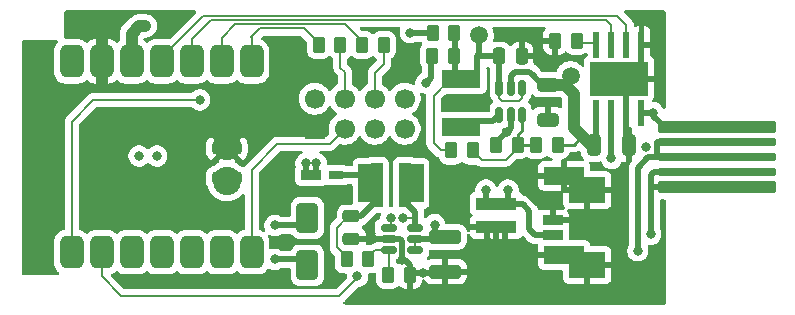
<source format=gbr>
%TF.GenerationSoftware,KiCad,Pcbnew,9.0.5*%
%TF.CreationDate,2025-10-19T11:10:53+01:00*%
%TF.ProjectId,loco-decoder-v1a,6c6f636f-2d64-4656-936f-6465722d7631,rev?*%
%TF.SameCoordinates,Original*%
%TF.FileFunction,Copper,L1,Top*%
%TF.FilePolarity,Positive*%
%FSLAX46Y46*%
G04 Gerber Fmt 4.6, Leading zero omitted, Abs format (unit mm)*
G04 Created by KiCad (PCBNEW 9.0.5) date 2025-10-19 11:10:53*
%MOMM*%
%LPD*%
G01*
G04 APERTURE LIST*
G04 Aperture macros list*
%AMRoundRect*
0 Rectangle with rounded corners*
0 $1 Rounding radius*
0 $2 $3 $4 $5 $6 $7 $8 $9 X,Y pos of 4 corners*
0 Add a 4 corners polygon primitive as box body*
4,1,4,$2,$3,$4,$5,$6,$7,$8,$9,$2,$3,0*
0 Add four circle primitives for the rounded corners*
1,1,$1+$1,$2,$3*
1,1,$1+$1,$4,$5*
1,1,$1+$1,$6,$7*
1,1,$1+$1,$8,$9*
0 Add four rect primitives between the rounded corners*
20,1,$1+$1,$2,$3,$4,$5,0*
20,1,$1+$1,$4,$5,$6,$7,0*
20,1,$1+$1,$6,$7,$8,$9,0*
20,1,$1+$1,$8,$9,$2,$3,0*%
G04 Aperture macros list end*
%TA.AperFunction,Conductor*%
%ADD10C,0.200000*%
%TD*%
%TA.AperFunction,TestPad*%
%ADD11C,1.500000*%
%TD*%
%TA.AperFunction,SMDPad,CuDef*%
%ADD12RoundRect,0.250000X0.262500X0.450000X-0.262500X0.450000X-0.262500X-0.450000X0.262500X-0.450000X0*%
%TD*%
%TA.AperFunction,SMDPad,CuDef*%
%ADD13RoundRect,0.250000X-0.262500X-0.450000X0.262500X-0.450000X0.262500X0.450000X-0.262500X0.450000X0*%
%TD*%
%TA.AperFunction,SMDPad,CuDef*%
%ADD14RoundRect,0.150000X-0.512500X-0.150000X0.512500X-0.150000X0.512500X0.150000X-0.512500X0.150000X0*%
%TD*%
%TA.AperFunction,SMDPad,CuDef*%
%ADD15R,3.302000X1.500000*%
%TD*%
%TA.AperFunction,SMDPad,CuDef*%
%ADD16RoundRect,0.500000X0.500000X-0.875000X0.500000X0.875000X-0.500000X0.875000X-0.500000X-0.875000X0*%
%TD*%
%TA.AperFunction,SMDPad,CuDef*%
%ADD17RoundRect,0.275000X-0.975000X-0.275000X0.975000X-0.275000X0.975000X0.275000X-0.975000X0.275000X0*%
%TD*%
%TA.AperFunction,ConnectorPad*%
%ADD18RoundRect,0.156250X-4.843750X0.343750X-4.843750X-0.343750X4.843750X-0.343750X4.843750X0.343750X0*%
%TD*%
%TA.AperFunction,ConnectorPad*%
%ADD19RoundRect,0.093750X-4.906250X0.206250X-4.906250X-0.206250X4.906250X-0.206250X4.906250X0.206250X0*%
%TD*%
%TA.AperFunction,SMDPad,CuDef*%
%ADD20R,0.500000X2.200000*%
%TD*%
%TA.AperFunction,HeatsinkPad*%
%ADD21C,2.400000*%
%TD*%
%TA.AperFunction,SMDPad,CuDef*%
%ADD22R,4.900000X2.950000*%
%TD*%
%TA.AperFunction,SMDPad,CuDef*%
%ADD23RoundRect,0.250000X-1.100000X0.325000X-1.100000X-0.325000X1.100000X-0.325000X1.100000X0.325000X0*%
%TD*%
%TA.AperFunction,SMDPad,CuDef*%
%ADD24RoundRect,0.250000X-0.650000X1.000000X-0.650000X-1.000000X0.650000X-1.000000X0.650000X1.000000X0*%
%TD*%
%TA.AperFunction,SMDPad,CuDef*%
%ADD25RoundRect,0.250000X-0.650000X0.325000X-0.650000X-0.325000X0.650000X-0.325000X0.650000X0.325000X0*%
%TD*%
%TA.AperFunction,SMDPad,CuDef*%
%ADD26R,1.500000X3.302000*%
%TD*%
%TA.AperFunction,SMDPad,CuDef*%
%ADD27RoundRect,0.250000X0.250000X0.475000X-0.250000X0.475000X-0.250000X-0.475000X0.250000X-0.475000X0*%
%TD*%
%TA.AperFunction,SMDPad,CuDef*%
%ADD28RoundRect,0.150000X0.150000X-0.512500X0.150000X0.512500X-0.150000X0.512500X-0.150000X-0.512500X0*%
%TD*%
%TA.AperFunction,ComponentPad*%
%ADD29R,1.700000X1.700000*%
%TD*%
%TA.AperFunction,ComponentPad*%
%ADD30C,1.700000*%
%TD*%
%TA.AperFunction,SMDPad,CuDef*%
%ADD31R,0.980000X3.700000*%
%TD*%
%TA.AperFunction,SMDPad,CuDef*%
%ADD32RoundRect,0.250000X-0.325000X-0.650000X0.325000X-0.650000X0.325000X0.650000X-0.325000X0.650000X0*%
%TD*%
%TA.AperFunction,SMDPad,CuDef*%
%ADD33R,1.701800X0.812800*%
%TD*%
%TA.AperFunction,SMDPad,CuDef*%
%ADD34R,3.098800X2.209800*%
%TD*%
%TA.AperFunction,SMDPad,CuDef*%
%ADD35R,1.215800X0.711200*%
%TD*%
%TA.AperFunction,SMDPad,CuDef*%
%ADD36R,1.749200X0.838200*%
%TD*%
%TA.AperFunction,SMDPad,CuDef*%
%ADD37R,3.500000X1.000000*%
%TD*%
%TA.AperFunction,SMDPad,CuDef*%
%ADD38R,3.400000X1.500000*%
%TD*%
%TA.AperFunction,SMDPad,CuDef*%
%ADD39RoundRect,0.250000X0.475000X-0.250000X0.475000X0.250000X-0.475000X0.250000X-0.475000X-0.250000X0*%
%TD*%
%TA.AperFunction,ViaPad*%
%ADD40C,0.800000*%
%TD*%
%TA.AperFunction,ViaPad*%
%ADD41C,2.400000*%
%TD*%
%TA.AperFunction,Conductor*%
%ADD42C,1.000000*%
%TD*%
%TA.AperFunction,Conductor*%
%ADD43C,0.500000*%
%TD*%
%TA.AperFunction,Conductor*%
%ADD44C,0.150000*%
%TD*%
%TA.AperFunction,Conductor*%
%ADD45C,0.250000*%
%TD*%
G04 APERTURE END LIST*
D10*
%TO.N,Net-(U2-ILIM)*%
X117225000Y-61550000D02*
X117025000Y-61350000D01*
%TO.N,Net-(U3-FB)*%
X112025000Y-70150000D02*
X112025000Y-70650000D01*
%TO.N,Net-(U2-ILIM)*%
X118725000Y-61550000D02*
X117225000Y-61550000D01*
%TD*%
D11*
%TO.P,FD2,1*%
%TO.N,unconnected-(U1-GPIO23{slash}SCL-Pad6)*%
X86983300Y-78820000D03*
%TD*%
D12*
%TO.P,R14,1*%
%TO.N,Net-(U4-FB)*%
X101100000Y-81190000D03*
%TO.P,R14,2*%
%TO.N,GND*%
X102925000Y-81190000D03*
%TD*%
%TO.P,R4,1*%
%TO.N,Net-(U1-GPIO17{slash}RX)*%
X95212500Y-61730000D03*
%TO.P,R4,2*%
%TO.N,/LED_Y*%
X97037500Y-61730000D03*
%TD*%
D13*
%TO.P,R7,1*%
%TO.N,Net-(U2-ILIM)*%
X117037500Y-61350000D03*
%TO.P,R7,2*%
%TO.N,GND*%
X115212500Y-61350000D03*
%TD*%
D14*
%TO.P,U4,1,BOOT*%
%TO.N,Net-(U4-BOOT)*%
X101117500Y-77200000D03*
%TO.P,U4,2,GND*%
%TO.N,GND*%
X101117500Y-78150000D03*
%TO.P,U4,3,FB*%
%TO.N,Net-(U4-FB)*%
X101117500Y-79100000D03*
%TO.P,U4,4,EN*%
%TO.N,Net-(D1-+)*%
X103392500Y-79100000D03*
%TO.P,U4,5,VIN*%
X103392500Y-78150000D03*
%TO.P,U4,6,SW*%
%TO.N,Net-(U4-SW)*%
X103392500Y-77200000D03*
%TD*%
D15*
%TO.P,L1,1,1*%
%TO.N,/v boost/+VM*%
X107287500Y-64631450D03*
%TO.P,L1,2,2*%
%TO.N,Net-(U3-SW)*%
X107287500Y-68631450D03*
%TD*%
D13*
%TO.P,R11,1*%
%TO.N,Net-(U3-FB)*%
X112037500Y-70150000D03*
%TO.P,R11,2*%
%TO.N,GND*%
X110212500Y-70150000D03*
%TD*%
D16*
%TO.P,U1,1,GPIO0/A0*%
%TO.N,Net-(U1-GPIO0{slash}A0)*%
X74283300Y-79279000D03*
%TO.P,U1,2,GPIO1/A1*%
%TO.N,Net-(U1-GPIO1{slash}A1)*%
X76823300Y-79279000D03*
%TO.P,U1,3,GPIO2/A2*%
%TO.N,unconnected-(U1-GPIO2{slash}A2-Pad3)*%
X79363300Y-79279000D03*
%TO.P,U1,4,GPIO21*%
%TO.N,unconnected-(U1-GPIO21-Pad4)*%
X81903300Y-79279000D03*
%TO.P,U1,5,GPIO22/SDA*%
%TO.N,unconnected-(U1-GPIO22{slash}SDA-Pad5)*%
X84443300Y-79279000D03*
%TO.P,U1,6,GPIO23/SCL*%
%TO.N,unconnected-(U1-GPIO23{slash}SCL-Pad6)*%
X86983300Y-79279000D03*
%TO.P,U1,7,GPIO16/TX*%
%TO.N,/GPIO*%
X89523300Y-79279000D03*
%TO.P,U1,8,GPIO17/RX*%
%TO.N,Net-(U1-GPIO17{slash}RX)*%
X89523300Y-63114000D03*
%TO.P,U1,9,GPIO19/SCK*%
%TO.N,Net-(U1-GPIO19{slash}SCK)*%
X86983300Y-63114000D03*
%TO.P,U1,10,GPIO20/MISO*%
%TO.N,/motor driver/PCM_A*%
X84443300Y-63114000D03*
%TO.P,U1,11,GPIO18/MOSI*%
%TO.N,/motor driver/PCM_B*%
X81903300Y-63114000D03*
%TO.P,U1,12,3V3_OUT*%
%TO.N,3V3*%
X79363300Y-63114000D03*
%TO.P,U1,13,GND*%
%TO.N,GND*%
X76823300Y-63114000D03*
%TO.P,U1,14,VBUS*%
%TO.N,VBUS*%
X74283300Y-63114000D03*
D17*
%TO.P,U1,15,BAT+*%
%TO.N,VBAT*%
X87435000Y-73005400D03*
%TO.P,U1,16,BAT-*%
%TO.N,GND*%
X87435000Y-70465400D03*
%TD*%
D18*
%TO.P,J1,1,Pin_1*%
%TO.N,/MOTOR_P*%
X128950000Y-68710000D03*
D19*
%TO.P,J1,2,Pin_2*%
%TO.N,/RAIL_M*%
X128950000Y-69980000D03*
%TO.P,J1,3,Pin_3*%
X128950000Y-71250000D03*
%TO.P,J1,4,Pin_4*%
%TO.N,/RAIL_P*%
X128950000Y-72520000D03*
D18*
%TO.P,J1,5,Pin_5*%
X128950000Y-73790000D03*
%TD*%
D20*
%TO.P,U2,1,GND*%
%TO.N,GND*%
X122535000Y-61705000D03*
%TO.P,U2,2,IN2*%
%TO.N,/motor driver/PCM_B*%
X121265000Y-61705000D03*
%TO.P,U2,3,IN1*%
%TO.N,/motor driver/PCM_A*%
X119995000Y-61705000D03*
%TO.P,U2,4,ILIM*%
%TO.N,Net-(U2-ILIM)*%
X118725000Y-61705000D03*
%TO.P,U2,5,VM*%
%TO.N,/motor driver/+12V0*%
X118725000Y-67455000D03*
%TO.P,U2,6,OUT1*%
%TO.N,/MOTOR_M*%
X119995000Y-67455000D03*
%TO.P,U2,7,PGND*%
%TO.N,GND*%
X121265000Y-67455000D03*
%TO.P,U2,8,OUT2*%
%TO.N,/MOTOR_P*%
X122535000Y-67455000D03*
D21*
%TO.P,U2,9,PAD*%
%TO.N,GND*%
X120630000Y-64580000D03*
D22*
X120630000Y-64580000D03*
%TD*%
D12*
%TO.P,R2,1*%
%TO.N,3V3*%
X104852500Y-60700000D03*
%TO.P,R2,2*%
%TO.N,/v boost/+VM*%
X106677500Y-60700000D03*
%TD*%
D23*
%TO.P,C6,1*%
%TO.N,Net-(D1-+)*%
X105915000Y-77965000D03*
%TO.P,C6,2*%
%TO.N,GND*%
X105915000Y-80915000D03*
%TD*%
D24*
%TO.P,D3,1,A1*%
%TO.N,/PWR_IN+*%
X94250000Y-76375000D03*
%TO.P,D3,2,A2*%
%TO.N,/PWR_IN-*%
X94250000Y-80375000D03*
%TD*%
D11*
%TO.P,TP2,1,1*%
%TO.N,/v boost/+VM*%
X108775000Y-60890000D03*
%TD*%
D12*
%TO.P,R10,1*%
%TO.N,/v boost/+VM*%
X106412500Y-70650000D03*
%TO.P,R10,2*%
%TO.N,Net-(U3-FB)*%
X108237500Y-70650000D03*
%TD*%
D25*
%TO.P,C5,1*%
%TO.N,/motor driver/+12V0*%
X114580000Y-65090000D03*
%TO.P,C5,2*%
%TO.N,GND*%
X114580000Y-68040000D03*
%TD*%
D13*
%TO.P,R9,1*%
%TO.N,/motor driver/+12V0*%
X115437500Y-70150000D03*
%TO.P,R9,2*%
%TO.N,Net-(U3-FB)*%
X113612500Y-70150000D03*
%TD*%
D26*
%TO.P,REF\u002A\u002A,1*%
%TO.N,Net-(D2-A)*%
X99325000Y-73450000D03*
%TO.P,REF\u002A\u002A,2*%
%TO.N,Net-(U4-SW)*%
X103325000Y-73450000D03*
%TD*%
D12*
%TO.P,R12,1*%
%TO.N,VBAT*%
X104812500Y-62650000D03*
%TO.P,R12,2*%
%TO.N,/v boost/+VM*%
X106637500Y-62650000D03*
%TD*%
D27*
%TO.P,C4,1*%
%TO.N,/v boost/+VM*%
X110490000Y-62695000D03*
%TO.P,C4,2*%
%TO.N,GND*%
X112390000Y-62695000D03*
%TD*%
D12*
%TO.P,R13,1*%
%TO.N,Net-(D2-A)*%
X97570000Y-79870000D03*
%TO.P,R13,2*%
%TO.N,Net-(U4-FB)*%
X99395000Y-79870000D03*
%TD*%
D28*
%TO.P,U3,1,SW*%
%TO.N,Net-(U3-SW)*%
X110500000Y-67635000D03*
%TO.P,U3,2,GND*%
%TO.N,GND*%
X111450000Y-67635000D03*
%TO.P,U3,3,FB*%
%TO.N,Net-(U3-FB)*%
X112400000Y-67635000D03*
%TO.P,U3,4,EN*%
%TO.N,/v boost/+VM*%
X112400000Y-65360000D03*
%TO.P,U3,5,VOUT*%
%TO.N,/motor driver/+12V0*%
X111450000Y-65360000D03*
%TO.P,U3,6,VI*%
%TO.N,/v boost/+VM*%
X110500000Y-65360000D03*
%TD*%
D12*
%TO.P,R3,1*%
%TO.N,Net-(U1-GPIO19{slash}SCK)*%
X98902500Y-61730000D03*
%TO.P,R3,2*%
%TO.N,/LED_R*%
X100727500Y-61730000D03*
%TD*%
D29*
%TO.P,J4,1,Pin_1*%
%TO.N,GND*%
X94865000Y-68815000D03*
D30*
%TO.P,J4,2,Pin_2*%
%TO.N,3V3*%
X94865000Y-66275000D03*
%TO.P,J4,3,Pin_3*%
%TO.N,/GPIO*%
X97405000Y-68815000D03*
%TO.P,J4,4,Pin_4*%
%TO.N,/LED_Y*%
X97405000Y-66275000D03*
%TO.P,J4,5,Pin_5*%
%TO.N,VBAT*%
X99945000Y-68815000D03*
%TO.P,J4,6,Pin_6*%
%TO.N,/LED_R*%
X99945000Y-66275000D03*
%TO.P,J4,7,Pin_7*%
%TO.N,/MOTOR_M*%
X102485000Y-68815000D03*
%TO.P,J4,8,Pin_8*%
%TO.N,/MOTOR_P*%
X102485000Y-66275000D03*
%TD*%
D11*
%TO.P,FD1,1*%
%TO.N,VBUS*%
X74283300Y-63570000D03*
%TD*%
D31*
%TO.P,L2,1,1*%
%TO.N,Net-(U4-SW)*%
X102500000Y-73560000D03*
%TO.P,L2,2,2*%
%TO.N,Net-(D2-A)*%
X100130000Y-73560000D03*
%TD*%
D32*
%TO.P,C2,1*%
%TO.N,/motor driver/+12V0*%
X118520000Y-70200000D03*
%TO.P,C2,2*%
%TO.N,GND*%
X121470000Y-70200000D03*
%TD*%
D33*
%TO.P,J5,1*%
%TO.N,/BAT+*%
X115040500Y-77815000D03*
%TO.P,J5,2*%
%TO.N,GND*%
X115040500Y-76565000D03*
D34*
%TO.P,J5,3*%
X117940499Y-74015000D03*
%TO.P,J5,4*%
X117940499Y-80365000D03*
%TD*%
D11*
%TO.P,TP1,1,1*%
%TO.N,/motor driver/+12V0*%
X116525000Y-64360000D03*
%TD*%
D35*
%TO.P,D2,1,A*%
%TO.N,Net-(D2-A)*%
X96692100Y-72750000D03*
D36*
%TO.P,D2,2,K*%
%TO.N,VBUS*%
X94574600Y-72750000D03*
%TD*%
D37*
%TO.P,J3,1,1*%
%TO.N,GND*%
X110250000Y-77150000D03*
%TO.P,J3,2,2*%
%TO.N,/BAT+*%
X110250000Y-75150000D03*
D38*
%TO.P,J3,P1,P1*%
%TO.N,GND*%
X116000000Y-79500000D03*
%TO.P,J3,P2,P2*%
X116000000Y-72800000D03*
%TD*%
D39*
%TO.P,C7,1*%
%TO.N,Net-(D2-A)*%
X97962500Y-76230000D03*
%TO.P,C7,2*%
%TO.N,GND*%
X97962500Y-78130000D03*
%TD*%
D40*
%TO.N,/motor driver/+12V0*%
X116825000Y-67450000D03*
%TO.N,/PWR_IN-*%
X91500000Y-79875000D03*
%TO.N,/BAT+*%
X109375000Y-74000000D03*
X81500000Y-71125000D03*
X111250000Y-74000000D03*
X80000000Y-71125000D03*
%TO.N,/PWR_IN+*%
X91500000Y-77000000D03*
%TO.N,VBAT*%
X104284890Y-64937039D03*
D41*
X87435000Y-73250000D03*
D40*
%TO.N,GND*%
X73250000Y-72000000D03*
X109500000Y-78375000D03*
X116705000Y-76560000D03*
X107287500Y-66631450D03*
X114580000Y-66615000D03*
X76823300Y-65010000D03*
X103995000Y-81060000D03*
X111125000Y-69050000D03*
X111000000Y-78375000D03*
X102272500Y-79900000D03*
X96125000Y-80000000D03*
X98785000Y-63630000D03*
X102385000Y-62680000D03*
X84050000Y-75075000D03*
D41*
X87435000Y-70250000D03*
D40*
X76823300Y-61140000D03*
X113825000Y-61350000D03*
X99772500Y-78140000D03*
X113830000Y-62695000D03*
%TO.N,3V3*%
X102955000Y-60670000D03*
X122950000Y-70325000D03*
X80515000Y-60110000D03*
%TO.N,Net-(U1-GPIO0{slash}A0)*%
X85125000Y-66375000D03*
%TO.N,Net-(D1-+)*%
X105025000Y-76930000D03*
%TO.N,Net-(U1-GPIO1{slash}A1)*%
X98481250Y-81325000D03*
%TO.N,Net-(U4-BOOT)*%
X101325000Y-76350000D03*
%TO.N,Net-(U4-SW)*%
X102375000Y-76370000D03*
%TO.N,VBUS*%
X95000000Y-71750000D03*
X94125000Y-71750000D03*
%TO.N,/MOTOR_M*%
X119995000Y-71320000D03*
%TO.N,/MOTOR_P*%
X123520000Y-67455000D03*
%TO.N,/RAIL_M*%
X122225000Y-79150000D03*
%TO.N,/RAIL_P*%
X123325000Y-77750000D03*
%TD*%
D42*
%TO.N,/motor driver/+12V0*%
X116825000Y-68750000D02*
X116825000Y-65850000D01*
D43*
X114580000Y-65090000D02*
X114965000Y-65090000D01*
X114145000Y-65090000D02*
X113350000Y-64295000D01*
X113050000Y-63975000D02*
X111820000Y-63975000D01*
D42*
X118520000Y-70200000D02*
X118275000Y-70200000D01*
D10*
X116525000Y-64360000D02*
X116525000Y-64630000D01*
D42*
X118275000Y-70200000D02*
X117525000Y-69450000D01*
X116825000Y-65850000D02*
X116065000Y-65090000D01*
D43*
X113350000Y-64275000D02*
X113050000Y-63975000D01*
X114580000Y-65090000D02*
X114145000Y-65090000D01*
X113350000Y-64295000D02*
X113350000Y-64275000D01*
X111820000Y-63975000D02*
X111450000Y-64345000D01*
X111450000Y-64345000D02*
X111450000Y-65360000D01*
X118725000Y-69995000D02*
X118520000Y-70200000D01*
D44*
X118470000Y-70150000D02*
X118520000Y-70200000D01*
D43*
X118725000Y-67455000D02*
X118725000Y-69995000D01*
D45*
X115437500Y-70150000D02*
X116825000Y-70150000D01*
D10*
X116525000Y-64630000D02*
X116065000Y-65090000D01*
D43*
X118520000Y-69745000D02*
X118520000Y-70200000D01*
D45*
X116825000Y-70150000D02*
X117525000Y-69450000D01*
D42*
X117525000Y-69450000D02*
X116825000Y-68750000D01*
X116065000Y-65090000D02*
X114580000Y-65090000D01*
D10*
%TO.N,/LED_Y*%
X97037500Y-63632500D02*
X97037500Y-61730000D01*
X97405000Y-66275000D02*
X97405000Y-64000000D01*
X97405000Y-64000000D02*
X97037500Y-63632500D01*
%TO.N,/LED_R*%
X100727500Y-61730000D02*
X100727500Y-63327500D01*
X100727500Y-63327500D02*
X99945000Y-64110000D01*
X99945000Y-64110000D02*
X99945000Y-66275000D01*
D43*
%TO.N,/PWR_IN-*%
X94500000Y-80375000D02*
X94125000Y-80375000D01*
X93750000Y-79875000D02*
X94250000Y-80375000D01*
D10*
X94250000Y-80375000D02*
X94125000Y-80375000D01*
D43*
X91500000Y-79875000D02*
X93750000Y-79875000D01*
%TO.N,/BAT+*%
X112465000Y-75220000D02*
X110540000Y-75220000D01*
X109375000Y-74000000D02*
X109375000Y-75150000D01*
X113045000Y-75800000D02*
X112465000Y-75220000D01*
X110215000Y-75215000D02*
X110220000Y-75220000D01*
X113530000Y-77815000D02*
X113045000Y-77330000D01*
X111250000Y-74000000D02*
X111250000Y-75150000D01*
D10*
X110345000Y-75560000D02*
X110365000Y-75540000D01*
D43*
X115040500Y-77815000D02*
X113530000Y-77815000D01*
X113045000Y-77330000D02*
X113045000Y-75800000D01*
%TO.N,/PWR_IN+*%
X93625000Y-77000000D02*
X94250000Y-76375000D01*
X91500000Y-77000000D02*
X93625000Y-77000000D01*
D10*
%TO.N,/motor driver/PCM_B*%
X120491000Y-59260000D02*
X121265000Y-60034000D01*
X121265000Y-60034000D02*
X121265000Y-61705000D01*
X81903300Y-62761700D02*
X85405000Y-59260000D01*
X85405000Y-59260000D02*
X120491000Y-59260000D01*
X81903300Y-63114000D02*
X81903300Y-62761700D01*
%TO.N,/motor driver/PCM_A*%
X84443300Y-61221700D02*
X84443300Y-63114000D01*
X119995000Y-60020000D02*
X119563000Y-59588000D01*
X119995000Y-61705000D02*
X119995000Y-60020000D01*
X119563000Y-59588000D02*
X86077000Y-59588000D01*
X86077000Y-59588000D02*
X84443300Y-61221700D01*
%TO.N,VBAT*%
X87375000Y-73050000D02*
X87419600Y-73005400D01*
D43*
X104284890Y-64937039D02*
X104284890Y-64930110D01*
X104284890Y-64930110D02*
X104725000Y-64490000D01*
X104284890Y-64937039D02*
X104195000Y-64847149D01*
X104725000Y-64490000D02*
X104725000Y-62650000D01*
D10*
X87419600Y-73005400D02*
X87435000Y-73005400D01*
D45*
%TO.N,Net-(U3-FB)*%
X113612500Y-70150000D02*
X112037500Y-70150000D01*
D10*
X109025000Y-71437500D02*
X108237500Y-70650000D01*
D44*
X109025000Y-71450000D02*
X109025000Y-71437500D01*
X108537500Y-70150000D02*
X108537500Y-70262500D01*
D45*
X112425000Y-68950000D02*
X112425000Y-67660000D01*
X112037500Y-69337500D02*
X112425000Y-68950000D01*
X112037500Y-70150000D02*
X112037500Y-69337500D01*
D44*
X112037500Y-70150000D02*
X112037500Y-70437500D01*
D10*
X111025000Y-71450000D02*
X109025000Y-71450000D01*
X112037500Y-70437500D02*
X111025000Y-71450000D01*
D45*
X112425000Y-67660000D02*
X112400000Y-67635000D01*
D43*
%TO.N,Net-(U3-SW)*%
X110500000Y-67635000D02*
X109985000Y-68150000D01*
X110500000Y-68000000D02*
X110472500Y-68027500D01*
X107343750Y-68150000D02*
X107287500Y-68206250D01*
X109985000Y-68150000D02*
X107343750Y-68150000D01*
X110500000Y-67635000D02*
X110500000Y-68000000D01*
%TO.N,GND*%
X114580000Y-68040000D02*
X114580000Y-66615000D01*
X102272500Y-79900000D02*
X102502500Y-79900000D01*
X103942500Y-81007500D02*
X103995000Y-81060000D01*
X120630000Y-64580000D02*
X121355000Y-64580000D01*
X102092500Y-78150000D02*
X101117500Y-78150000D01*
X109425000Y-77170000D02*
X109405000Y-77150000D01*
X101117500Y-78150000D02*
X99782500Y-78150000D01*
X115040500Y-76565000D02*
X116700000Y-76565000D01*
X103995000Y-81060000D02*
X105770000Y-81060000D01*
X102942500Y-80340000D02*
X102925000Y-80322500D01*
X113830000Y-62695000D02*
X113510000Y-62695000D01*
D42*
X76823300Y-61140000D02*
X76823300Y-63114000D01*
D43*
X111450000Y-67635000D02*
X111450000Y-68725000D01*
X102925000Y-81190000D02*
X103092500Y-81190000D01*
X109405000Y-77150000D02*
X110250000Y-77150000D01*
D10*
X115212500Y-61350000D02*
X113825000Y-61350000D01*
D43*
X104002500Y-81052500D02*
X103995000Y-81060000D01*
X121355000Y-64580000D02*
X122535000Y-63400000D01*
X111450000Y-68725000D02*
X111125000Y-69050000D01*
X99772500Y-78140000D02*
X97752500Y-78140000D01*
X109480000Y-78355000D02*
X109480000Y-77635000D01*
X103995000Y-81060000D02*
X103055000Y-81060000D01*
D10*
X87415000Y-70460800D02*
X87419600Y-70465400D01*
D43*
X102272500Y-79900000D02*
X102272500Y-78330000D01*
D10*
X87419600Y-70465400D02*
X87435000Y-70465400D01*
D43*
X105770000Y-81060000D02*
X105915000Y-80915000D01*
D42*
X76823300Y-63114000D02*
X76823300Y-65010000D01*
D43*
X99782500Y-78150000D02*
X99772500Y-78140000D01*
X121265000Y-67455000D02*
X121265000Y-69995000D01*
X110212500Y-70150000D02*
X110212500Y-69962500D01*
X102925000Y-80322500D02*
X102925000Y-81190000D01*
X102502500Y-79900000D02*
X102925000Y-80322500D01*
X103055000Y-81060000D02*
X102925000Y-81190000D01*
X110980000Y-78355000D02*
X110980000Y-77635000D01*
X102272500Y-78330000D02*
X102092500Y-78150000D01*
X121265000Y-67455000D02*
X121265000Y-65215000D01*
X101167500Y-78200000D02*
X101117500Y-78150000D01*
X122535000Y-63400000D02*
X122535000Y-61705000D01*
X121265000Y-69995000D02*
X121470000Y-70200000D01*
X112390000Y-62695000D02*
X113830000Y-62695000D01*
X110212500Y-69962500D02*
X111125000Y-69050000D01*
X116700000Y-76565000D02*
X116705000Y-76560000D01*
X121265000Y-65215000D02*
X120630000Y-64580000D01*
%TO.N,3V3*%
X102985000Y-60700000D02*
X102955000Y-60670000D01*
D42*
X80515000Y-60110000D02*
X80025000Y-60110000D01*
X80025000Y-60110000D02*
X79363300Y-60771700D01*
D43*
X104765000Y-60700000D02*
X102985000Y-60700000D01*
D42*
X79363300Y-60771700D02*
X79363300Y-63114000D01*
D10*
%TO.N,Net-(U1-GPIO0{slash}A0)*%
X74283300Y-68216700D02*
X76125000Y-66375000D01*
X74283300Y-79279000D02*
X74283300Y-68216700D01*
X76125000Y-66375000D02*
X85125000Y-66375000D01*
D43*
%TO.N,Net-(D1-+)*%
X104635000Y-78150000D02*
X103392500Y-78150000D01*
X105170000Y-77965000D02*
X105025000Y-77820000D01*
D10*
X103392500Y-78150000D02*
X103392500Y-79100000D01*
D43*
X105025000Y-77820000D02*
X105025000Y-76930000D01*
X105915000Y-77965000D02*
X105170000Y-77965000D01*
D10*
%TO.N,Net-(D2-A)*%
X97570000Y-79707500D02*
X97570000Y-79870000D01*
X96725000Y-77500000D02*
X96725000Y-77220000D01*
D43*
X99930000Y-73760000D02*
X100130000Y-73560000D01*
D10*
X97715000Y-76230000D02*
X97962500Y-76230000D01*
D43*
X100130000Y-74865000D02*
X100130000Y-73560000D01*
D10*
X96725000Y-77220000D02*
X97715000Y-76230000D01*
D43*
X98762500Y-76240000D02*
X99222500Y-75780000D01*
D10*
X100130000Y-73560000D02*
X100130000Y-74385000D01*
X100130000Y-74385000D02*
X99755000Y-74760000D01*
D43*
X97752500Y-76240000D02*
X98762500Y-76240000D01*
X96692100Y-72750000D02*
X99517500Y-72750000D01*
D10*
X96725000Y-78110000D02*
X96725000Y-78862500D01*
D43*
X99222500Y-75772500D02*
X100130000Y-74865000D01*
D10*
X96725000Y-78862500D02*
X97570000Y-79707500D01*
D43*
X99222500Y-75780000D02*
X99222500Y-75772500D01*
D10*
X96725000Y-77500000D02*
X96725000Y-78110000D01*
%TO.N,Net-(U1-GPIO1{slash}A1)*%
X98481250Y-81481250D02*
X96962500Y-83000000D01*
X96962500Y-83000000D02*
X78500000Y-83000000D01*
X98481250Y-81325000D02*
X98481250Y-81481250D01*
X78500000Y-83000000D02*
X76823300Y-81323300D01*
X76823300Y-81323300D02*
X76823300Y-79279000D01*
%TO.N,Net-(U4-BOOT)*%
X101325000Y-76350000D02*
X101325000Y-76992500D01*
X101325000Y-76992500D02*
X101117500Y-77200000D01*
D43*
%TO.N,Net-(U4-SW)*%
X102500000Y-75025000D02*
X103362500Y-75887500D01*
X103362500Y-76370000D02*
X103362500Y-77170000D01*
D10*
X102375000Y-76370000D02*
X103362500Y-76370000D01*
D43*
X103362500Y-75887500D02*
X103362500Y-76370000D01*
X103362500Y-77170000D02*
X103392500Y-77200000D01*
X102500000Y-73560000D02*
X102500000Y-75025000D01*
D42*
%TO.N,VBUS*%
X74265000Y-63132300D02*
X74283300Y-63114000D01*
D43*
X94250000Y-72750000D02*
X94125000Y-72625000D01*
X94875000Y-72750000D02*
X95000000Y-72625000D01*
X94125000Y-72625000D02*
X94125000Y-71750000D01*
X94574600Y-72750000D02*
X94250000Y-72750000D01*
X94574600Y-72750000D02*
X94875000Y-72750000D01*
X95000000Y-72625000D02*
X95000000Y-71750000D01*
D10*
%TO.N,/GPIO*%
X89523300Y-72271700D02*
X91715000Y-70080000D01*
X96140000Y-70080000D02*
X97405000Y-68815000D01*
X89523300Y-79279000D02*
X89523300Y-72271700D01*
X91715000Y-70080000D02*
X96140000Y-70080000D01*
%TO.N,Net-(U1-GPIO19{slash}SCK)*%
X98902500Y-61730000D02*
X98902500Y-61477500D01*
X86983300Y-61101700D02*
X86983300Y-63114000D01*
X98902500Y-61427500D02*
X97425000Y-59950000D01*
X97425000Y-59950000D02*
X88135000Y-59950000D01*
X98902500Y-61730000D02*
X98902500Y-61427500D01*
X88135000Y-59950000D02*
X86983300Y-61101700D01*
%TO.N,Net-(U1-GPIO17{slash}RX)*%
X95212500Y-61730000D02*
X95212500Y-61577500D01*
X93960000Y-60325000D02*
X90260000Y-60325000D01*
X89515000Y-61070000D02*
X89523300Y-61078300D01*
X89523300Y-61078300D02*
X89523300Y-63114000D01*
X90260000Y-60325000D02*
X89515000Y-61070000D01*
X95212500Y-61577500D02*
X93960000Y-60325000D01*
%TO.N,Net-(U4-FB)*%
X99992500Y-79100000D02*
X101117500Y-79100000D01*
X99395000Y-79870000D02*
X99395000Y-79697500D01*
X99395000Y-79697500D02*
X99992500Y-79100000D01*
X101117500Y-81172500D02*
X101100000Y-81190000D01*
X101117500Y-79100000D02*
X101117500Y-79900000D01*
X99015000Y-79870000D02*
X99015000Y-79697500D01*
X101117500Y-79900000D02*
X101117500Y-81172500D01*
D43*
%TO.N,/v boost/+VM*%
X108625000Y-64250000D02*
X108625000Y-63550000D01*
D10*
X112400000Y-66225000D02*
X112150000Y-66475000D01*
D43*
X110445000Y-62650000D02*
X110490000Y-62695000D01*
D10*
X112150000Y-66475000D02*
X110750000Y-66475000D01*
D43*
X110500000Y-65360000D02*
X110500000Y-62705000D01*
X108775000Y-60890000D02*
X108775000Y-62512500D01*
X108637500Y-63537500D02*
X108637500Y-62650000D01*
D10*
X104925000Y-66040000D02*
X104925000Y-70050000D01*
D43*
X106725000Y-60700000D02*
X106725000Y-64068950D01*
D10*
X110750000Y-66475000D02*
X110500000Y-66225000D01*
X104925000Y-70050000D02*
X105525000Y-70650000D01*
D43*
X106725000Y-64068950D02*
X107287500Y-64631450D01*
D10*
X110500000Y-66225000D02*
X110500000Y-65360000D01*
X105525000Y-70650000D02*
X106412500Y-70650000D01*
D43*
X107287500Y-65056650D02*
X108418350Y-65056650D01*
D10*
X107287500Y-64631450D02*
X106333550Y-64631450D01*
D43*
X108637500Y-62650000D02*
X110445000Y-62650000D01*
X110500000Y-62705000D02*
X110490000Y-62695000D01*
X108637500Y-63537500D02*
X108625000Y-63550000D01*
X108775000Y-62512500D02*
X108637500Y-62650000D01*
D10*
X112400000Y-65360000D02*
X112400000Y-66225000D01*
D43*
X108418350Y-65056650D02*
X108637500Y-64837500D01*
X108243550Y-64631450D02*
X108625000Y-64250000D01*
X107287500Y-64631450D02*
X108243550Y-64631450D01*
D10*
X106333550Y-64631450D02*
X104925000Y-66040000D01*
D43*
%TO.N,/MOTOR_M*%
X119995000Y-71320000D02*
X119995000Y-67455000D01*
%TO.N,/MOTOR_P*%
X123520000Y-67455000D02*
X123520000Y-67745000D01*
X122535000Y-67455000D02*
X123520000Y-67455000D01*
X122535000Y-67455000D02*
X122535000Y-67960000D01*
X123525000Y-67450000D02*
X123520000Y-67455000D01*
X123520000Y-67745000D02*
X124485000Y-68710000D01*
X124485000Y-68710000D02*
X128950000Y-68710000D01*
X122535000Y-67455000D02*
X122535000Y-68160000D01*
%TO.N,/RAIL_M*%
X128920000Y-69950000D02*
X128950000Y-69980000D01*
X123125000Y-71250000D02*
X122225000Y-72150000D01*
X123125000Y-71250000D02*
X123825000Y-71250000D01*
X123825000Y-71250000D02*
X128950000Y-71250000D01*
X123825000Y-71250000D02*
X123825000Y-69950000D01*
X123825000Y-69950000D02*
X128920000Y-69950000D01*
X122225000Y-72150000D02*
X122225000Y-79150000D01*
%TO.N,/RAIL_P*%
X128950000Y-72520000D02*
X123555000Y-72520000D01*
X123325000Y-72750000D02*
X123325000Y-73750000D01*
X123325000Y-73750000D02*
X123325000Y-77850000D01*
X123325000Y-77850000D02*
X123325000Y-77750000D01*
X123555000Y-72520000D02*
X123325000Y-72750000D01*
X128950000Y-73790000D02*
X123365000Y-73790000D01*
X123365000Y-73790000D02*
X123325000Y-73750000D01*
%TD*%
%TA.AperFunction,Conductor*%
%TO.N,GND*%
G36*
X103958031Y-65776343D02*
G01*
X104022224Y-65802933D01*
X104022226Y-65802933D01*
X104022231Y-65802935D01*
X104196194Y-65837538D01*
X104196197Y-65837539D01*
X104196199Y-65837539D01*
X104200499Y-65837539D01*
X104209184Y-65840089D01*
X104218145Y-65838801D01*
X104242183Y-65849779D01*
X104267538Y-65857224D01*
X104273465Y-65864065D01*
X104281701Y-65867826D01*
X104295989Y-65890059D01*
X104313293Y-65910028D01*
X104315580Y-65920541D01*
X104319476Y-65926603D01*
X104324498Y-65961536D01*
X104324499Y-65961538D01*
X104324499Y-66119057D01*
X104324499Y-66119059D01*
X104324500Y-66129053D01*
X104324500Y-69963330D01*
X104324499Y-69963348D01*
X104324499Y-70129054D01*
X104324498Y-70129054D01*
X104329272Y-70146869D01*
X104359345Y-70259103D01*
X104365424Y-70281787D01*
X104379111Y-70305493D01*
X104379112Y-70305495D01*
X104444477Y-70418712D01*
X104444481Y-70418717D01*
X104563349Y-70537585D01*
X104563355Y-70537590D01*
X105040139Y-71014374D01*
X105040149Y-71014385D01*
X105044479Y-71018715D01*
X105044480Y-71018716D01*
X105156284Y-71130520D01*
X105235202Y-71176083D01*
X105293215Y-71209577D01*
X105349860Y-71224754D01*
X105358197Y-71228359D01*
X105378356Y-71245122D01*
X105400740Y-71258765D01*
X105406391Y-71268434D01*
X105411920Y-71273032D01*
X105415261Y-71283610D01*
X105426694Y-71303173D01*
X105465185Y-71419331D01*
X105465187Y-71419336D01*
X105494996Y-71467664D01*
X105557288Y-71568656D01*
X105681344Y-71692712D01*
X105830666Y-71784814D01*
X105997203Y-71839999D01*
X106099991Y-71850500D01*
X106725008Y-71850499D01*
X106725016Y-71850498D01*
X106725019Y-71850498D01*
X106781302Y-71844748D01*
X106827797Y-71839999D01*
X106994334Y-71784814D01*
X107143656Y-71692712D01*
X107237319Y-71599049D01*
X107298642Y-71565564D01*
X107368334Y-71570548D01*
X107412681Y-71599049D01*
X107506344Y-71692712D01*
X107655666Y-71784814D01*
X107822203Y-71839999D01*
X107924991Y-71850500D01*
X108524901Y-71850499D01*
X108591940Y-71870183D01*
X108612582Y-71886818D01*
X108656284Y-71930520D01*
X108656286Y-71930521D01*
X108656290Y-71930524D01*
X108780390Y-72002172D01*
X108793216Y-72009577D01*
X108945943Y-72050500D01*
X110938331Y-72050500D01*
X110938347Y-72050501D01*
X110945943Y-72050501D01*
X111104054Y-72050501D01*
X111104057Y-72050501D01*
X111256785Y-72009577D01*
X111316107Y-71975327D01*
X111393716Y-71930520D01*
X111505520Y-71818716D01*
X111505520Y-71818714D01*
X111515724Y-71808511D01*
X111515728Y-71808506D01*
X111937416Y-71386818D01*
X111998739Y-71353333D01*
X112025097Y-71350499D01*
X112350002Y-71350499D01*
X112350008Y-71350499D01*
X112452797Y-71339999D01*
X112619334Y-71284814D01*
X112759905Y-71198109D01*
X112827296Y-71179670D01*
X112890094Y-71198109D01*
X113030666Y-71284814D01*
X113197203Y-71339999D01*
X113299991Y-71350500D01*
X113925008Y-71350499D01*
X113925016Y-71350498D01*
X113925019Y-71350498D01*
X113981302Y-71344748D01*
X114027797Y-71339999D01*
X114194334Y-71284814D01*
X114343656Y-71192712D01*
X114437319Y-71099049D01*
X114498642Y-71065564D01*
X114568334Y-71070548D01*
X114612681Y-71099049D01*
X114706344Y-71192712D01*
X114855666Y-71284814D01*
X114926526Y-71308294D01*
X114983970Y-71348067D01*
X115010793Y-71412583D01*
X114998478Y-71481358D01*
X114950935Y-71532558D01*
X114887521Y-71550000D01*
X114252155Y-71550000D01*
X114192627Y-71556401D01*
X114192620Y-71556403D01*
X114057913Y-71606645D01*
X114057906Y-71606649D01*
X113942812Y-71692809D01*
X113942809Y-71692812D01*
X113856649Y-71807906D01*
X113856645Y-71807913D01*
X113806403Y-71942620D01*
X113806401Y-71942627D01*
X113800000Y-72002155D01*
X113800000Y-72550000D01*
X115750000Y-72550000D01*
X115750000Y-71547081D01*
X115720025Y-71492187D01*
X115725009Y-71422495D01*
X115766881Y-71366562D01*
X115828591Y-71342471D01*
X115852797Y-71339999D01*
X116019334Y-71284814D01*
X116168656Y-71192712D01*
X116292712Y-71068656D01*
X116384814Y-70919334D01*
X116404311Y-70860493D01*
X116444084Y-70803051D01*
X116508600Y-70776228D01*
X116522017Y-70775500D01*
X116886607Y-70775500D01*
X116947029Y-70763481D01*
X117007452Y-70751463D01*
X117044104Y-70736281D01*
X117121286Y-70704312D01*
X117182405Y-70663472D01*
X117212702Y-70653985D01*
X117242447Y-70642891D01*
X117245801Y-70643620D01*
X117249077Y-70642595D01*
X117279695Y-70650994D01*
X117310720Y-70657743D01*
X117314433Y-70660522D01*
X117316457Y-70661078D01*
X117338974Y-70678894D01*
X117408181Y-70748101D01*
X117441666Y-70809424D01*
X117444500Y-70835780D01*
X117444500Y-70900000D01*
X117444501Y-70900019D01*
X117455000Y-71002796D01*
X117455001Y-71002799D01*
X117510185Y-71169331D01*
X117510187Y-71169336D01*
X117545069Y-71225888D01*
X117593808Y-71304908D01*
X117602289Y-71318657D01*
X117621951Y-71338319D01*
X117655436Y-71399642D01*
X117650452Y-71469334D01*
X117608580Y-71525267D01*
X117543116Y-71549684D01*
X117534270Y-71550000D01*
X116250000Y-71550000D01*
X116250000Y-73765000D01*
X119989899Y-73765000D01*
X119989899Y-72862272D01*
X119989898Y-72862255D01*
X119983497Y-72802727D01*
X119983495Y-72802720D01*
X119933253Y-72668013D01*
X119933249Y-72668006D01*
X119847089Y-72552912D01*
X119847086Y-72552909D01*
X119731992Y-72466749D01*
X119731985Y-72466745D01*
X119597278Y-72416503D01*
X119597271Y-72416501D01*
X119537743Y-72410100D01*
X118324000Y-72410100D01*
X118256961Y-72390415D01*
X118211206Y-72337611D01*
X118200000Y-72286100D01*
X118200000Y-72002172D01*
X118199999Y-72002155D01*
X118193598Y-71942627D01*
X118193596Y-71942620D01*
X118143354Y-71807913D01*
X118143352Y-71807910D01*
X118136540Y-71798810D01*
X118112123Y-71733345D01*
X118126975Y-71665072D01*
X118176380Y-71615667D01*
X118235803Y-71600499D01*
X118895008Y-71600499D01*
X118895016Y-71600498D01*
X118895019Y-71600498D01*
X118918896Y-71598058D01*
X118997797Y-71589999D01*
X119006482Y-71587120D01*
X119076308Y-71584716D01*
X119136352Y-71620445D01*
X119160050Y-71657373D01*
X119196983Y-71746540D01*
X119196990Y-71746553D01*
X119295535Y-71894034D01*
X119295538Y-71894038D01*
X119420961Y-72019461D01*
X119420965Y-72019464D01*
X119568446Y-72118009D01*
X119568459Y-72118016D01*
X119660723Y-72156232D01*
X119732334Y-72185894D01*
X119732336Y-72185894D01*
X119732341Y-72185896D01*
X119906304Y-72220499D01*
X119906307Y-72220500D01*
X119906309Y-72220500D01*
X120083693Y-72220500D01*
X120083694Y-72220499D01*
X120141682Y-72208964D01*
X120257658Y-72185896D01*
X120257661Y-72185894D01*
X120257666Y-72185894D01*
X120421547Y-72118013D01*
X120569035Y-72019464D01*
X120694464Y-71894035D01*
X120793013Y-71746547D01*
X120830142Y-71656908D01*
X120873981Y-71602507D01*
X120940275Y-71580441D01*
X120983710Y-71586657D01*
X120992308Y-71589506D01*
X121095019Y-71599999D01*
X121219999Y-71599999D01*
X121220000Y-71599998D01*
X121220000Y-69185000D01*
X121139000Y-69185000D01*
X121071961Y-69165315D01*
X121026206Y-69112511D01*
X121015000Y-69061000D01*
X121015000Y-67579000D01*
X121034685Y-67511961D01*
X121087489Y-67466206D01*
X121139000Y-67455000D01*
X121391000Y-67455000D01*
X121458039Y-67474685D01*
X121503794Y-67527489D01*
X121515000Y-67579000D01*
X121515000Y-68670000D01*
X121596000Y-68670000D01*
X121663039Y-68689685D01*
X121708794Y-68742489D01*
X121720000Y-68794000D01*
X121720000Y-71542268D01*
X121713111Y-71565728D01*
X121710430Y-71590037D01*
X121702498Y-71601872D01*
X121700315Y-71609307D01*
X121692336Y-71620341D01*
X121688253Y-71625378D01*
X121642048Y-71671584D01*
X121604075Y-71728416D01*
X121600906Y-71733157D01*
X121600904Y-71733161D01*
X121559913Y-71794508D01*
X121503343Y-71931082D01*
X121503340Y-71931092D01*
X121474500Y-72076079D01*
X121474500Y-78614729D01*
X121454815Y-78681768D01*
X121453602Y-78683620D01*
X121426988Y-78723449D01*
X121426987Y-78723452D01*
X121359106Y-78887332D01*
X121359103Y-78887341D01*
X121324500Y-79061304D01*
X121324500Y-79238695D01*
X121359103Y-79412658D01*
X121359106Y-79412667D01*
X121426983Y-79576540D01*
X121426990Y-79576553D01*
X121525535Y-79724034D01*
X121525538Y-79724038D01*
X121650961Y-79849461D01*
X121650965Y-79849464D01*
X121798446Y-79948009D01*
X121798459Y-79948016D01*
X121911727Y-79994932D01*
X121962334Y-80015894D01*
X121962336Y-80015894D01*
X121962341Y-80015896D01*
X122136304Y-80050499D01*
X122136307Y-80050500D01*
X122136309Y-80050500D01*
X122313693Y-80050500D01*
X122313694Y-80050499D01*
X122410281Y-80031287D01*
X122487658Y-80015896D01*
X122487661Y-80015894D01*
X122487666Y-80015894D01*
X122651547Y-79948013D01*
X122799035Y-79849464D01*
X122924464Y-79724035D01*
X123023013Y-79576547D01*
X123090894Y-79412666D01*
X123102848Y-79352573D01*
X123125499Y-79238695D01*
X123125500Y-79238693D01*
X123125500Y-79061306D01*
X123125499Y-79061304D01*
X123090896Y-78887341D01*
X123090894Y-78887336D01*
X123090894Y-78887334D01*
X123059705Y-78812037D01*
X123052237Y-78742571D01*
X123083512Y-78680092D01*
X123143601Y-78644440D01*
X123198458Y-78642971D01*
X123221736Y-78647601D01*
X123236308Y-78650500D01*
X123236309Y-78650500D01*
X123413693Y-78650500D01*
X123413694Y-78650499D01*
X123476588Y-78637989D01*
X123587658Y-78615896D01*
X123587661Y-78615894D01*
X123587666Y-78615894D01*
X123727535Y-78557958D01*
X123751540Y-78548016D01*
X123751540Y-78548015D01*
X123751547Y-78548013D01*
X123899035Y-78449464D01*
X124024464Y-78324035D01*
X124123013Y-78176547D01*
X124190894Y-78012666D01*
X124191984Y-78007190D01*
X124219654Y-77868081D01*
X124225500Y-77838691D01*
X124225500Y-77661309D01*
X124225500Y-77661306D01*
X124225499Y-77661304D01*
X124190896Y-77487341D01*
X124190893Y-77487332D01*
X124183190Y-77468735D01*
X124123013Y-77323453D01*
X124123011Y-77323451D01*
X124123011Y-77323449D01*
X124096398Y-77283620D01*
X124075520Y-77216942D01*
X124075500Y-77214729D01*
X124075500Y-74914500D01*
X124095185Y-74847461D01*
X124147989Y-74801706D01*
X124199500Y-74790500D01*
X124475770Y-74790500D01*
X124542809Y-74810185D01*
X124588564Y-74862989D01*
X124598508Y-74932147D01*
X124590331Y-74961953D01*
X124574500Y-75000170D01*
X124574500Y-83575500D01*
X124554815Y-83642539D01*
X124502011Y-83688294D01*
X124450500Y-83699500D01*
X97411128Y-83699500D01*
X97389777Y-83693230D01*
X97367585Y-83691603D01*
X97356905Y-83683578D01*
X97344089Y-83679815D01*
X97329518Y-83662999D01*
X97311727Y-83649631D01*
X97307080Y-83637105D01*
X97298334Y-83627011D01*
X97295167Y-83604987D01*
X97287428Y-83584123D01*
X97290291Y-83571074D01*
X97288390Y-83557853D01*
X97297633Y-83537611D01*
X97302403Y-83515877D01*
X97313430Y-83503022D01*
X97317415Y-83494297D01*
X97323605Y-83487661D01*
X97330159Y-83481129D01*
X97331216Y-83480520D01*
X97443020Y-83368716D01*
X97443021Y-83368713D01*
X98563684Y-82248049D01*
X98625005Y-82214566D01*
X98627011Y-82214147D01*
X98743916Y-82190894D01*
X98907797Y-82123013D01*
X99055285Y-82024464D01*
X99180714Y-81899035D01*
X99279263Y-81751547D01*
X99347144Y-81587666D01*
X99352551Y-81560487D01*
X99381749Y-81413695D01*
X99381750Y-81413693D01*
X99381750Y-81236306D01*
X99378246Y-81218691D01*
X99384473Y-81149099D01*
X99427336Y-81093922D01*
X99493226Y-81070677D01*
X99499863Y-81070499D01*
X99707502Y-81070499D01*
X99707508Y-81070499D01*
X99810297Y-81059999D01*
X99923998Y-81022321D01*
X99993823Y-81019920D01*
X100053866Y-81055651D01*
X100085059Y-81118171D01*
X100087000Y-81140028D01*
X100087000Y-81690001D01*
X100087001Y-81690019D01*
X100097500Y-81792796D01*
X100097501Y-81792799D01*
X100152685Y-81959331D01*
X100152687Y-81959336D01*
X100171600Y-81989999D01*
X100244788Y-82108656D01*
X100368844Y-82232712D01*
X100518166Y-82324814D01*
X100684703Y-82379999D01*
X100787491Y-82390500D01*
X101412508Y-82390499D01*
X101412516Y-82390498D01*
X101412519Y-82390498D01*
X101468802Y-82384748D01*
X101515297Y-82379999D01*
X101681834Y-82324814D01*
X101831156Y-82232712D01*
X101925175Y-82138692D01*
X101986494Y-82105210D01*
X102056186Y-82110194D01*
X102100534Y-82138695D01*
X102194154Y-82232315D01*
X102343375Y-82324356D01*
X102343380Y-82324358D01*
X102509802Y-82379505D01*
X102509809Y-82379506D01*
X102612519Y-82389999D01*
X102674999Y-82389998D01*
X102675000Y-82389998D01*
X102675000Y-81314000D01*
X102694685Y-81246961D01*
X102747489Y-81201206D01*
X102799000Y-81190000D01*
X103051000Y-81190000D01*
X103118039Y-81209685D01*
X103163794Y-81262489D01*
X103175000Y-81314000D01*
X103175000Y-82389999D01*
X103237472Y-82389999D01*
X103237486Y-82389998D01*
X103340197Y-82379505D01*
X103506619Y-82324358D01*
X103506624Y-82324356D01*
X103655845Y-82232315D01*
X103779815Y-82108345D01*
X103871856Y-81959124D01*
X103871858Y-81959119D01*
X103927005Y-81792697D01*
X103927006Y-81792690D01*
X103937499Y-81689986D01*
X103937499Y-81683240D01*
X103957177Y-81616198D01*
X104009976Y-81570438D01*
X104079134Y-81560487D01*
X104142692Y-81589506D01*
X104167037Y-81618129D01*
X104222682Y-81708343D01*
X104346654Y-81832315D01*
X104495875Y-81924356D01*
X104495880Y-81924358D01*
X104662302Y-81979505D01*
X104662309Y-81979506D01*
X104765019Y-81989999D01*
X105664999Y-81989999D01*
X106165000Y-81989999D01*
X107064972Y-81989999D01*
X107064986Y-81989998D01*
X107167697Y-81979505D01*
X107334119Y-81924358D01*
X107334124Y-81924356D01*
X107483345Y-81832315D01*
X107607315Y-81708345D01*
X107699356Y-81559124D01*
X107699358Y-81559119D01*
X107754505Y-81392697D01*
X107754506Y-81392690D01*
X107764999Y-81289986D01*
X107765000Y-81289973D01*
X107765000Y-81165000D01*
X106165000Y-81165000D01*
X106165000Y-81989999D01*
X105664999Y-81989999D01*
X105665000Y-81989998D01*
X105665000Y-80665000D01*
X106165000Y-80665000D01*
X107764999Y-80665000D01*
X107764999Y-80540028D01*
X107764998Y-80540013D01*
X107754505Y-80437302D01*
X107699358Y-80270880D01*
X107699356Y-80270875D01*
X107607315Y-80121654D01*
X107483345Y-79997684D01*
X107334124Y-79905643D01*
X107334119Y-79905641D01*
X107167697Y-79850494D01*
X107167690Y-79850493D01*
X107064986Y-79840000D01*
X106165000Y-79840000D01*
X106165000Y-80665000D01*
X105665000Y-80665000D01*
X105665000Y-79840000D01*
X104765028Y-79840000D01*
X104765012Y-79840001D01*
X104662302Y-79850494D01*
X104504101Y-79902917D01*
X104434273Y-79905319D01*
X104374231Y-79869587D01*
X104343038Y-79807067D01*
X104350599Y-79737607D01*
X104377417Y-79697529D01*
X104423076Y-79651870D01*
X104423081Y-79651865D01*
X104506744Y-79510398D01*
X104552598Y-79352569D01*
X104555500Y-79315694D01*
X104555500Y-79156411D01*
X104575185Y-79089372D01*
X104627989Y-79043617D01*
X104692101Y-79033053D01*
X104764991Y-79040500D01*
X107065008Y-79040499D01*
X107167797Y-79029999D01*
X107334334Y-78974814D01*
X107483656Y-78882712D01*
X107607712Y-78758656D01*
X107699814Y-78609334D01*
X107754999Y-78442797D01*
X107765500Y-78340009D01*
X107765499Y-77798776D01*
X107785183Y-77731738D01*
X107837987Y-77685983D01*
X107907146Y-77676039D01*
X107970702Y-77705064D01*
X108005681Y-77755444D01*
X108056645Y-77892086D01*
X108056649Y-77892093D01*
X108142809Y-78007187D01*
X108142812Y-78007190D01*
X108257906Y-78093350D01*
X108257913Y-78093354D01*
X108392620Y-78143596D01*
X108392627Y-78143598D01*
X108452155Y-78149999D01*
X108452172Y-78150000D01*
X110000000Y-78150000D01*
X110000000Y-77400000D01*
X108000000Y-77400000D01*
X108000000Y-77460069D01*
X107980315Y-77527108D01*
X107927511Y-77572863D01*
X107858353Y-77582807D01*
X107794797Y-77553782D01*
X107757023Y-77495004D01*
X107755195Y-77487795D01*
X107754999Y-77487203D01*
X107699814Y-77320666D01*
X107607712Y-77171344D01*
X107483656Y-77047288D01*
X107362387Y-76972489D01*
X107334336Y-76955187D01*
X107334331Y-76955185D01*
X107285397Y-76938970D01*
X107167797Y-76900001D01*
X107167795Y-76900000D01*
X107065016Y-76889500D01*
X107065009Y-76889500D01*
X106036850Y-76889500D01*
X105969811Y-76869815D01*
X105924056Y-76817011D01*
X105915233Y-76789691D01*
X105890896Y-76667341D01*
X105890893Y-76667332D01*
X105823016Y-76503459D01*
X105823009Y-76503446D01*
X105724464Y-76355965D01*
X105724461Y-76355961D01*
X105599038Y-76230538D01*
X105599034Y-76230535D01*
X105451553Y-76131990D01*
X105451540Y-76131983D01*
X105287667Y-76064106D01*
X105287658Y-76064103D01*
X105113694Y-76029500D01*
X105113691Y-76029500D01*
X104936309Y-76029500D01*
X104936306Y-76029500D01*
X104762341Y-76064103D01*
X104762332Y-76064106D01*
X104598459Y-76131983D01*
X104598446Y-76131990D01*
X104450965Y-76230535D01*
X104450961Y-76230538D01*
X104324681Y-76356819D01*
X104263358Y-76390304D01*
X104193666Y-76385320D01*
X104137733Y-76343448D01*
X104113316Y-76277984D01*
X104113000Y-76269138D01*
X104113000Y-75813580D01*
X104101841Y-75757483D01*
X104097926Y-75737802D01*
X104104153Y-75668213D01*
X104147015Y-75613035D01*
X104176211Y-75597430D01*
X104182481Y-75595091D01*
X104182483Y-75595091D01*
X104317331Y-75544796D01*
X104432546Y-75458546D01*
X104518796Y-75343331D01*
X104569091Y-75208483D01*
X104575500Y-75148873D01*
X104575500Y-74602135D01*
X107999500Y-74602135D01*
X107999500Y-75697870D01*
X107999501Y-75697876D01*
X108005908Y-75757483D01*
X108056202Y-75892328D01*
X108056206Y-75892335D01*
X108142452Y-76007544D01*
X108142453Y-76007544D01*
X108142454Y-76007546D01*
X108171781Y-76029500D01*
X108200562Y-76051046D01*
X108242432Y-76106980D01*
X108247416Y-76176672D01*
X108213930Y-76237994D01*
X108200562Y-76249578D01*
X108142809Y-76292812D01*
X108056649Y-76407906D01*
X108056645Y-76407913D01*
X108006403Y-76542620D01*
X108006401Y-76542627D01*
X108000000Y-76602155D01*
X108000000Y-76900000D01*
X110126000Y-76900000D01*
X110193039Y-76919685D01*
X110238794Y-76972489D01*
X110250000Y-77024000D01*
X110250000Y-77150000D01*
X110376000Y-77150000D01*
X110443039Y-77169685D01*
X110488794Y-77222489D01*
X110500000Y-77274000D01*
X110500000Y-78150000D01*
X112047828Y-78150000D01*
X112047844Y-78149999D01*
X112107372Y-78143598D01*
X112107379Y-78143596D01*
X112242086Y-78093354D01*
X112242093Y-78093350D01*
X112357186Y-78007191D01*
X112401419Y-77948104D01*
X112457353Y-77906233D01*
X112527044Y-77901249D01*
X112588365Y-77934733D01*
X112768631Y-78114998D01*
X113051587Y-78397954D01*
X113055185Y-78400358D01*
X113055191Y-78400362D01*
X113058495Y-78402569D01*
X113174505Y-78480084D01*
X113231080Y-78503518D01*
X113311088Y-78536659D01*
X113427241Y-78559763D01*
X113446468Y-78563587D01*
X113456081Y-78565500D01*
X113456082Y-78565500D01*
X113456083Y-78565500D01*
X113603918Y-78565500D01*
X113676647Y-78565500D01*
X113743686Y-78585185D01*
X113789441Y-78637989D01*
X113799299Y-78698799D01*
X113800178Y-78698847D01*
X113800000Y-78702172D01*
X113800000Y-79250000D01*
X115876000Y-79250000D01*
X115943039Y-79269685D01*
X115988794Y-79322489D01*
X116000000Y-79374000D01*
X116000000Y-79626000D01*
X115980315Y-79693039D01*
X115927511Y-79738794D01*
X115876000Y-79750000D01*
X113800000Y-79750000D01*
X113800000Y-80297844D01*
X113806401Y-80357372D01*
X113806403Y-80357379D01*
X113856645Y-80492086D01*
X113856649Y-80492093D01*
X113942809Y-80607187D01*
X113942812Y-80607190D01*
X114057906Y-80693350D01*
X114057913Y-80693354D01*
X114192620Y-80743596D01*
X114192627Y-80743598D01*
X114252155Y-80749999D01*
X114252172Y-80750000D01*
X115767099Y-80750000D01*
X115834138Y-80769685D01*
X115879893Y-80822489D01*
X115891099Y-80874000D01*
X115891099Y-81517744D01*
X115897500Y-81577272D01*
X115897502Y-81577279D01*
X115947744Y-81711986D01*
X115947748Y-81711993D01*
X116033908Y-81827087D01*
X116033911Y-81827090D01*
X116149005Y-81913250D01*
X116149012Y-81913254D01*
X116283719Y-81963496D01*
X116283726Y-81963498D01*
X116343254Y-81969899D01*
X116343271Y-81969900D01*
X117690499Y-81969900D01*
X118190499Y-81969900D01*
X119537727Y-81969900D01*
X119537743Y-81969899D01*
X119597271Y-81963498D01*
X119597278Y-81963496D01*
X119731985Y-81913254D01*
X119731992Y-81913250D01*
X119847086Y-81827090D01*
X119847089Y-81827087D01*
X119933249Y-81711993D01*
X119933253Y-81711986D01*
X119983495Y-81577279D01*
X119983497Y-81577272D01*
X119989898Y-81517744D01*
X119989899Y-81517727D01*
X119989899Y-80615000D01*
X118190499Y-80615000D01*
X118190499Y-81969900D01*
X117690499Y-81969900D01*
X117690499Y-80489000D01*
X117710184Y-80421961D01*
X117762988Y-80376206D01*
X117814499Y-80365000D01*
X117940499Y-80365000D01*
X117940499Y-80239000D01*
X117960184Y-80171961D01*
X118012988Y-80126206D01*
X118064499Y-80115000D01*
X119989899Y-80115000D01*
X119989899Y-79212272D01*
X119989898Y-79212255D01*
X119983497Y-79152727D01*
X119983495Y-79152720D01*
X119933253Y-79018013D01*
X119933249Y-79018006D01*
X119847089Y-78902912D01*
X119847086Y-78902909D01*
X119731992Y-78816749D01*
X119731985Y-78816745D01*
X119597278Y-78766503D01*
X119597271Y-78766501D01*
X119537743Y-78760100D01*
X118317611Y-78760100D01*
X118250572Y-78740415D01*
X118204817Y-78687611D01*
X118194322Y-78649357D01*
X118193598Y-78642626D01*
X118193596Y-78642620D01*
X118143354Y-78507913D01*
X118143350Y-78507906D01*
X118057190Y-78392812D01*
X118057187Y-78392809D01*
X117942093Y-78306649D01*
X117942086Y-78306645D01*
X117807379Y-78256403D01*
X117807372Y-78256401D01*
X117747844Y-78250000D01*
X116515900Y-78250000D01*
X116448861Y-78230315D01*
X116403106Y-78177511D01*
X116391900Y-78126000D01*
X116391899Y-77360729D01*
X116391898Y-77360723D01*
X116387891Y-77323449D01*
X116385491Y-77301117D01*
X116359941Y-77232615D01*
X116354958Y-77162927D01*
X116359943Y-77145950D01*
X116384997Y-77078779D01*
X116384997Y-77078777D01*
X116391399Y-77019244D01*
X116391400Y-77019227D01*
X116391400Y-76815000D01*
X115164500Y-76815000D01*
X115097461Y-76795315D01*
X115051706Y-76742511D01*
X115040500Y-76691000D01*
X115040500Y-76565000D01*
X114914500Y-76565000D01*
X114847461Y-76545315D01*
X114801706Y-76492511D01*
X114790500Y-76441000D01*
X114790500Y-75658600D01*
X115290500Y-75658600D01*
X115290500Y-76315000D01*
X116391400Y-76315000D01*
X116391400Y-76110772D01*
X116391399Y-76110755D01*
X116384998Y-76051227D01*
X116384996Y-76051220D01*
X116334754Y-75916513D01*
X116334750Y-75916506D01*
X116261166Y-75818211D01*
X116236748Y-75752747D01*
X116251599Y-75684474D01*
X116301004Y-75635068D01*
X116360432Y-75619900D01*
X117690499Y-75619900D01*
X118190499Y-75619900D01*
X119537727Y-75619900D01*
X119537743Y-75619899D01*
X119597271Y-75613498D01*
X119597278Y-75613496D01*
X119731985Y-75563254D01*
X119731992Y-75563250D01*
X119847086Y-75477090D01*
X119847089Y-75477087D01*
X119933249Y-75361993D01*
X119933253Y-75361986D01*
X119983495Y-75227279D01*
X119983497Y-75227272D01*
X119989898Y-75167744D01*
X119989899Y-75167727D01*
X119989899Y-74265000D01*
X118190499Y-74265000D01*
X118190499Y-75619900D01*
X117690499Y-75619900D01*
X117690499Y-74265000D01*
X115891099Y-74265000D01*
X115891099Y-75167744D01*
X115897500Y-75227272D01*
X115897502Y-75227279D01*
X115947744Y-75361986D01*
X115947748Y-75361993D01*
X116021333Y-75460289D01*
X116045751Y-75525753D01*
X116030900Y-75594026D01*
X115981495Y-75643432D01*
X115922067Y-75658600D01*
X115290500Y-75658600D01*
X114790500Y-75658600D01*
X114141755Y-75658600D01*
X114082227Y-75665001D01*
X114082217Y-75665003D01*
X113940514Y-75717855D01*
X113870823Y-75722839D01*
X113809500Y-75689353D01*
X113776016Y-75628030D01*
X113775565Y-75625864D01*
X113769909Y-75597430D01*
X113766658Y-75581087D01*
X113737769Y-75511342D01*
X113710087Y-75444511D01*
X113710085Y-75444507D01*
X113710084Y-75444505D01*
X113667314Y-75380495D01*
X113627952Y-75321584D01*
X112943416Y-74637048D01*
X112852745Y-74576465D01*
X112820495Y-74554916D01*
X112820493Y-74554915D01*
X112820490Y-74554913D01*
X112683917Y-74498343D01*
X112683907Y-74498340D01*
X112532943Y-74468311D01*
X112533191Y-74467062D01*
X112474539Y-74443381D01*
X112449908Y-74414172D01*
X112449112Y-74414769D01*
X112357547Y-74292455D01*
X112357544Y-74292452D01*
X112242335Y-74206206D01*
X112242332Y-74206205D01*
X112242331Y-74206204D01*
X112231161Y-74202038D01*
X112175231Y-74160166D01*
X112150816Y-74094701D01*
X112150500Y-74085858D01*
X112150500Y-73911306D01*
X112150499Y-73911304D01*
X112115896Y-73737341D01*
X112115893Y-73737332D01*
X112058116Y-73597844D01*
X113800000Y-73597844D01*
X113806401Y-73657372D01*
X113806403Y-73657379D01*
X113856645Y-73792086D01*
X113856649Y-73792093D01*
X113942809Y-73907187D01*
X113942812Y-73907190D01*
X114057906Y-73993350D01*
X114057913Y-73993354D01*
X114192620Y-74043596D01*
X114192627Y-74043598D01*
X114252155Y-74049999D01*
X114252172Y-74050000D01*
X115750000Y-74050000D01*
X115750000Y-73050000D01*
X113800000Y-73050000D01*
X113800000Y-73597844D01*
X112058116Y-73597844D01*
X112048016Y-73573459D01*
X112048009Y-73573446D01*
X111949464Y-73425965D01*
X111949461Y-73425961D01*
X111824038Y-73300538D01*
X111824034Y-73300535D01*
X111676553Y-73201990D01*
X111676540Y-73201983D01*
X111512667Y-73134106D01*
X111512659Y-73134104D01*
X111443035Y-73120255D01*
X111443034Y-73120254D01*
X111338694Y-73099500D01*
X111338691Y-73099500D01*
X111161309Y-73099500D01*
X111161306Y-73099500D01*
X110987341Y-73134103D01*
X110987332Y-73134106D01*
X110823459Y-73201983D01*
X110823446Y-73201990D01*
X110675965Y-73300535D01*
X110675961Y-73300538D01*
X110550538Y-73425961D01*
X110550535Y-73425965D01*
X110451990Y-73573446D01*
X110451983Y-73573459D01*
X110427061Y-73633629D01*
X110383220Y-73688033D01*
X110316926Y-73710098D01*
X110249227Y-73692819D01*
X110201616Y-73641682D01*
X110197939Y-73633629D01*
X110173016Y-73573459D01*
X110173009Y-73573446D01*
X110074464Y-73425965D01*
X110074461Y-73425961D01*
X109949038Y-73300538D01*
X109949034Y-73300535D01*
X109801553Y-73201990D01*
X109801540Y-73201983D01*
X109637667Y-73134106D01*
X109637658Y-73134103D01*
X109463694Y-73099500D01*
X109463691Y-73099500D01*
X109286309Y-73099500D01*
X109286306Y-73099500D01*
X109112341Y-73134103D01*
X109112332Y-73134106D01*
X108948459Y-73201983D01*
X108948446Y-73201990D01*
X108800965Y-73300535D01*
X108800961Y-73300538D01*
X108675538Y-73425961D01*
X108675535Y-73425965D01*
X108576990Y-73573446D01*
X108576983Y-73573459D01*
X108509106Y-73737332D01*
X108509103Y-73737341D01*
X108474500Y-73911304D01*
X108474500Y-74039235D01*
X108454815Y-74106274D01*
X108402011Y-74152029D01*
X108393834Y-74155417D01*
X108257669Y-74206203D01*
X108257664Y-74206206D01*
X108142455Y-74292452D01*
X108142452Y-74292455D01*
X108056206Y-74407664D01*
X108056202Y-74407671D01*
X108005908Y-74542517D01*
X107999501Y-74602116D01*
X107999500Y-74602135D01*
X104575500Y-74602135D01*
X104575499Y-73425965D01*
X104575499Y-71751129D01*
X104575498Y-71751123D01*
X104575497Y-71751116D01*
X104570293Y-71702696D01*
X104569091Y-71691516D01*
X104518797Y-71556671D01*
X104518793Y-71556664D01*
X104432547Y-71441455D01*
X104432544Y-71441452D01*
X104317335Y-71355206D01*
X104317328Y-71355202D01*
X104182482Y-71304908D01*
X104182483Y-71304908D01*
X104122883Y-71298501D01*
X104122881Y-71298500D01*
X104122873Y-71298500D01*
X104122865Y-71298500D01*
X103316745Y-71298500D01*
X103249706Y-71278815D01*
X103242435Y-71273767D01*
X103232334Y-71266206D01*
X103232328Y-71266202D01*
X103097482Y-71215908D01*
X103097483Y-71215908D01*
X103037883Y-71209501D01*
X103037881Y-71209500D01*
X103037873Y-71209500D01*
X103037864Y-71209500D01*
X101962129Y-71209500D01*
X101962123Y-71209501D01*
X101902516Y-71215908D01*
X101767671Y-71266202D01*
X101767664Y-71266206D01*
X101652455Y-71352452D01*
X101652452Y-71352455D01*
X101566206Y-71467664D01*
X101566202Y-71467671D01*
X101515908Y-71602517D01*
X101510061Y-71656911D01*
X101509500Y-71662127D01*
X101509500Y-73556748D01*
X101509501Y-75325500D01*
X101506950Y-75334185D01*
X101508239Y-75343147D01*
X101497260Y-75367187D01*
X101489816Y-75392539D01*
X101482975Y-75398466D01*
X101479214Y-75406703D01*
X101456979Y-75420992D01*
X101437012Y-75438294D01*
X101426497Y-75440581D01*
X101420436Y-75444477D01*
X101385501Y-75449500D01*
X101244500Y-75449500D01*
X101177461Y-75429815D01*
X101131706Y-75377011D01*
X101120500Y-75325500D01*
X101120499Y-71662129D01*
X101120498Y-71662123D01*
X101120497Y-71662116D01*
X101114091Y-71602517D01*
X101114087Y-71602507D01*
X101063797Y-71467671D01*
X101063793Y-71467664D01*
X100977547Y-71352455D01*
X100977544Y-71352452D01*
X100862335Y-71266206D01*
X100862328Y-71266202D01*
X100727482Y-71215908D01*
X100727483Y-71215908D01*
X100667883Y-71209501D01*
X100667881Y-71209500D01*
X100667873Y-71209500D01*
X100667864Y-71209500D01*
X99592129Y-71209500D01*
X99592123Y-71209501D01*
X99532516Y-71215908D01*
X99397672Y-71266202D01*
X99397666Y-71266205D01*
X99387563Y-71273769D01*
X99322098Y-71298184D01*
X99313255Y-71298500D01*
X98527129Y-71298500D01*
X98527123Y-71298501D01*
X98467516Y-71304908D01*
X98332671Y-71355202D01*
X98332664Y-71355206D01*
X98217455Y-71441452D01*
X98217452Y-71441455D01*
X98131206Y-71556664D01*
X98131202Y-71556671D01*
X98080908Y-71691517D01*
X98074992Y-71746547D01*
X98074501Y-71751123D01*
X98074500Y-71751135D01*
X98074500Y-71875500D01*
X98054815Y-71942539D01*
X98002011Y-71988294D01*
X97950500Y-71999500D01*
X97648920Y-71999500D01*
X97581881Y-71979815D01*
X97574610Y-71974767D01*
X97542334Y-71950606D01*
X97542328Y-71950602D01*
X97407482Y-71900308D01*
X97407483Y-71900308D01*
X97347883Y-71893901D01*
X97347881Y-71893900D01*
X97347873Y-71893900D01*
X97347864Y-71893900D01*
X96036329Y-71893900D01*
X96033005Y-71894079D01*
X96032941Y-71892888D01*
X95968955Y-71881321D01*
X95917835Y-71833692D01*
X95900500Y-71770457D01*
X95900500Y-71661306D01*
X95900499Y-71661304D01*
X95865896Y-71487341D01*
X95865893Y-71487332D01*
X95861106Y-71475776D01*
X95837727Y-71419331D01*
X95798016Y-71323459D01*
X95798009Y-71323446D01*
X95699464Y-71175965D01*
X95699461Y-71175961D01*
X95574038Y-71050538D01*
X95574034Y-71050535D01*
X95426553Y-70951990D01*
X95426541Y-70951983D01*
X95347056Y-70919061D01*
X95292652Y-70875221D01*
X95270587Y-70808927D01*
X95287866Y-70741227D01*
X95339003Y-70693617D01*
X95394508Y-70680500D01*
X96053331Y-70680500D01*
X96053347Y-70680501D01*
X96060943Y-70680501D01*
X96219054Y-70680501D01*
X96219057Y-70680501D01*
X96371785Y-70639577D01*
X96466460Y-70584916D01*
X96508716Y-70560520D01*
X96620520Y-70448716D01*
X96620520Y-70448714D01*
X96630724Y-70438511D01*
X96630728Y-70438506D01*
X96920478Y-70148755D01*
X96981799Y-70115272D01*
X97046473Y-70118506D01*
X97088757Y-70132246D01*
X97298713Y-70165500D01*
X97298714Y-70165500D01*
X97511286Y-70165500D01*
X97511287Y-70165500D01*
X97721243Y-70132246D01*
X97923412Y-70066557D01*
X98112816Y-69970051D01*
X98275283Y-69852013D01*
X98284786Y-69845109D01*
X98284788Y-69845106D01*
X98284792Y-69845104D01*
X98435104Y-69694792D01*
X98435106Y-69694788D01*
X98435109Y-69694786D01*
X98560048Y-69522820D01*
X98560047Y-69522820D01*
X98560051Y-69522816D01*
X98564514Y-69514054D01*
X98612488Y-69463259D01*
X98680308Y-69446463D01*
X98746444Y-69468999D01*
X98785486Y-69514056D01*
X98789951Y-69522820D01*
X98914890Y-69694786D01*
X99065213Y-69845109D01*
X99237179Y-69970048D01*
X99237181Y-69970049D01*
X99237184Y-69970051D01*
X99426588Y-70066557D01*
X99628757Y-70132246D01*
X99838713Y-70165500D01*
X99838714Y-70165500D01*
X100051286Y-70165500D01*
X100051287Y-70165500D01*
X100261243Y-70132246D01*
X100463412Y-70066557D01*
X100652816Y-69970051D01*
X100815283Y-69852013D01*
X100824786Y-69845109D01*
X100824788Y-69845106D01*
X100824792Y-69845104D01*
X100975104Y-69694792D01*
X100975106Y-69694788D01*
X100975109Y-69694786D01*
X101100048Y-69522820D01*
X101100047Y-69522820D01*
X101100051Y-69522816D01*
X101104514Y-69514054D01*
X101152488Y-69463259D01*
X101220308Y-69446463D01*
X101286444Y-69468999D01*
X101325486Y-69514056D01*
X101329951Y-69522820D01*
X101454890Y-69694786D01*
X101605213Y-69845109D01*
X101777179Y-69970048D01*
X101777181Y-69970049D01*
X101777184Y-69970051D01*
X101966588Y-70066557D01*
X102168757Y-70132246D01*
X102378713Y-70165500D01*
X102378714Y-70165500D01*
X102591286Y-70165500D01*
X102591287Y-70165500D01*
X102801243Y-70132246D01*
X103003412Y-70066557D01*
X103192816Y-69970051D01*
X103355283Y-69852013D01*
X103364786Y-69845109D01*
X103364788Y-69845106D01*
X103364792Y-69845104D01*
X103515104Y-69694792D01*
X103515106Y-69694788D01*
X103515109Y-69694786D01*
X103640048Y-69522820D01*
X103640047Y-69522820D01*
X103640051Y-69522816D01*
X103736557Y-69333412D01*
X103802246Y-69131243D01*
X103835500Y-68921287D01*
X103835500Y-68708713D01*
X103802246Y-68498757D01*
X103736557Y-68296588D01*
X103640051Y-68107184D01*
X103640049Y-68107181D01*
X103640048Y-68107179D01*
X103515109Y-67935213D01*
X103364786Y-67784890D01*
X103192820Y-67659951D01*
X103192115Y-67659591D01*
X103184054Y-67655485D01*
X103133259Y-67607512D01*
X103116463Y-67539692D01*
X103138999Y-67473556D01*
X103184054Y-67434515D01*
X103192816Y-67430051D01*
X103245627Y-67391682D01*
X103364786Y-67305109D01*
X103364788Y-67305106D01*
X103364792Y-67305104D01*
X103515104Y-67154792D01*
X103515106Y-67154788D01*
X103515109Y-67154786D01*
X103640048Y-66982820D01*
X103640047Y-66982820D01*
X103640051Y-66982816D01*
X103736557Y-66793412D01*
X103802246Y-66591243D01*
X103835500Y-66381287D01*
X103835500Y-66168713D01*
X103802246Y-65958757D01*
X103792648Y-65929220D01*
X103792152Y-65911834D01*
X103786659Y-65895331D01*
X103791174Y-65877638D01*
X103790653Y-65859383D01*
X103799636Y-65844485D01*
X103803938Y-65827632D01*
X103817302Y-65815189D01*
X103826733Y-65799550D01*
X103842343Y-65791874D01*
X103855075Y-65780021D01*
X103873046Y-65776778D01*
X103889434Y-65768721D01*
X103906928Y-65770665D01*
X103923834Y-65767615D01*
X103958031Y-65776343D01*
G37*
%TD.AperFunction*%
%TA.AperFunction,Conductor*%
G36*
X93797531Y-70700185D02*
G01*
X93843286Y-70752989D01*
X93853230Y-70822147D01*
X93824205Y-70885703D01*
X93777944Y-70919061D01*
X93698458Y-70951983D01*
X93698446Y-70951990D01*
X93550965Y-71050535D01*
X93550961Y-71050538D01*
X93425538Y-71175961D01*
X93425535Y-71175965D01*
X93326990Y-71323446D01*
X93326983Y-71323459D01*
X93259106Y-71487332D01*
X93259103Y-71487341D01*
X93224500Y-71661304D01*
X93224500Y-71838695D01*
X93260294Y-72018641D01*
X93258423Y-72019013D01*
X93258963Y-72080027D01*
X93255864Y-72089479D01*
X93205908Y-72223417D01*
X93199501Y-72283016D01*
X93199500Y-72283035D01*
X93199500Y-73216970D01*
X93199501Y-73216976D01*
X93205908Y-73276583D01*
X93256202Y-73411428D01*
X93256206Y-73411435D01*
X93342452Y-73526644D01*
X93342455Y-73526647D01*
X93457664Y-73612893D01*
X93457671Y-73612897D01*
X93592517Y-73663191D01*
X93592516Y-73663191D01*
X93599444Y-73663935D01*
X93652127Y-73669600D01*
X95497072Y-73669599D01*
X95556683Y-73663191D01*
X95691531Y-73612896D01*
X95743938Y-73573663D01*
X95809399Y-73549246D01*
X95861580Y-73556747D01*
X95906369Y-73573453D01*
X95976717Y-73599691D01*
X95976716Y-73599691D01*
X95983644Y-73600435D01*
X96036327Y-73606100D01*
X97347872Y-73606099D01*
X97407483Y-73599691D01*
X97542331Y-73549396D01*
X97556978Y-73538431D01*
X97574610Y-73525233D01*
X97640074Y-73500816D01*
X97648920Y-73500500D01*
X97950501Y-73500500D01*
X98017540Y-73520185D01*
X98063295Y-73572989D01*
X98074501Y-73624500D01*
X98074501Y-75105500D01*
X98054816Y-75172539D01*
X98002012Y-75218294D01*
X97950501Y-75229500D01*
X97437498Y-75229500D01*
X97437480Y-75229501D01*
X97334703Y-75240000D01*
X97334700Y-75240001D01*
X97168168Y-75295185D01*
X97168163Y-75295187D01*
X97018842Y-75387289D01*
X96894789Y-75511342D01*
X96802687Y-75660663D01*
X96802685Y-75660668D01*
X96801249Y-75665003D01*
X96747501Y-75827203D01*
X96747501Y-75827204D01*
X96747500Y-75827204D01*
X96737000Y-75929983D01*
X96737000Y-76307402D01*
X96717315Y-76374441D01*
X96700681Y-76395083D01*
X96244481Y-76851282D01*
X96244480Y-76851284D01*
X96211678Y-76908100D01*
X96194361Y-76938094D01*
X96194359Y-76938096D01*
X96165425Y-76988209D01*
X96165424Y-76988210D01*
X96165423Y-76988215D01*
X96124499Y-77140943D01*
X96124499Y-77140945D01*
X96124499Y-77309046D01*
X96124500Y-77309059D01*
X96124500Y-78775830D01*
X96124499Y-78775848D01*
X96124499Y-78941554D01*
X96124498Y-78941554D01*
X96165423Y-79094285D01*
X96175556Y-79111835D01*
X96175557Y-79111838D01*
X96244475Y-79231209D01*
X96244481Y-79231217D01*
X96363349Y-79350085D01*
X96363355Y-79350090D01*
X96520681Y-79507416D01*
X96554166Y-79568739D01*
X96557000Y-79595097D01*
X96557000Y-80370001D01*
X96557001Y-80370019D01*
X96567500Y-80472796D01*
X96567501Y-80472799D01*
X96622685Y-80639331D01*
X96622687Y-80639336D01*
X96638517Y-80665000D01*
X96714788Y-80788656D01*
X96838844Y-80912712D01*
X96988166Y-81004814D01*
X97154703Y-81059999D01*
X97257491Y-81070500D01*
X97462637Y-81070499D01*
X97529676Y-81090183D01*
X97575431Y-81142987D01*
X97585375Y-81212145D01*
X97584257Y-81218674D01*
X97580750Y-81236309D01*
X97580750Y-81413691D01*
X97580750Y-81413693D01*
X97580749Y-81413693D01*
X97587533Y-81447793D01*
X97581306Y-81517385D01*
X97553597Y-81559666D01*
X96750084Y-82363181D01*
X96688761Y-82396666D01*
X96662403Y-82399500D01*
X78800097Y-82399500D01*
X78733058Y-82379815D01*
X78712416Y-82363181D01*
X77643760Y-81294525D01*
X77610275Y-81233202D01*
X77615259Y-81163510D01*
X77657131Y-81107577D01*
X77690763Y-81090888D01*
X77690506Y-81090244D01*
X77696337Y-81087914D01*
X77696343Y-81087910D01*
X77696349Y-81087909D01*
X77876707Y-80993698D01*
X78014940Y-80880983D01*
X78079335Y-80853875D01*
X78148165Y-80865884D01*
X78171657Y-80880981D01*
X78309893Y-80993698D01*
X78490251Y-81087909D01*
X78685882Y-81143886D01*
X78805263Y-81154500D01*
X79921336Y-81154499D01*
X80040718Y-81143886D01*
X80236349Y-81087909D01*
X80416707Y-80993698D01*
X80554940Y-80880983D01*
X80619335Y-80853875D01*
X80688165Y-80865884D01*
X80711657Y-80880981D01*
X80849893Y-80993698D01*
X81030251Y-81087909D01*
X81225882Y-81143886D01*
X81345263Y-81154500D01*
X82461336Y-81154499D01*
X82580718Y-81143886D01*
X82776349Y-81087909D01*
X82956707Y-80993698D01*
X83094940Y-80880983D01*
X83159335Y-80853875D01*
X83228165Y-80865884D01*
X83251657Y-80880981D01*
X83389893Y-80993698D01*
X83570251Y-81087909D01*
X83765882Y-81143886D01*
X83885263Y-81154500D01*
X85001336Y-81154499D01*
X85120718Y-81143886D01*
X85316349Y-81087909D01*
X85496707Y-80993698D01*
X85634940Y-80880983D01*
X85699335Y-80853875D01*
X85768165Y-80865884D01*
X85791657Y-80880981D01*
X85929893Y-80993698D01*
X86110251Y-81087909D01*
X86305882Y-81143886D01*
X86425263Y-81154500D01*
X87541336Y-81154499D01*
X87660718Y-81143886D01*
X87856349Y-81087909D01*
X88036707Y-80993698D01*
X88174940Y-80880983D01*
X88239335Y-80853875D01*
X88308165Y-80865884D01*
X88331657Y-80880981D01*
X88469893Y-80993698D01*
X88650251Y-81087909D01*
X88845882Y-81143886D01*
X88965263Y-81154500D01*
X90081336Y-81154499D01*
X90200718Y-81143886D01*
X90396349Y-81087909D01*
X90576707Y-80993698D01*
X90734409Y-80865109D01*
X90862998Y-80707407D01*
X90866813Y-80700104D01*
X90915298Y-80649796D01*
X90983285Y-80633687D01*
X91045612Y-80654410D01*
X91073453Y-80673013D01*
X91073456Y-80673014D01*
X91073457Y-80673015D01*
X91114444Y-80689992D01*
X91237334Y-80740894D01*
X91237336Y-80740894D01*
X91237341Y-80740896D01*
X91411304Y-80775499D01*
X91411307Y-80775500D01*
X91411309Y-80775500D01*
X91588693Y-80775500D01*
X91588694Y-80775499D01*
X91646682Y-80763964D01*
X91762658Y-80740896D01*
X91762661Y-80740894D01*
X91762666Y-80740894D01*
X91926547Y-80673013D01*
X91926550Y-80673010D01*
X91926552Y-80673010D01*
X91966378Y-80646399D01*
X92033055Y-80625520D01*
X92035270Y-80625500D01*
X92725501Y-80625500D01*
X92792540Y-80645185D01*
X92838295Y-80697989D01*
X92849501Y-80749500D01*
X92849501Y-81425018D01*
X92860000Y-81527796D01*
X92860001Y-81527799D01*
X92913753Y-81690009D01*
X92915186Y-81694334D01*
X93007288Y-81843656D01*
X93131344Y-81967712D01*
X93280666Y-82059814D01*
X93447203Y-82114999D01*
X93549991Y-82125500D01*
X94950008Y-82125499D01*
X95052797Y-82114999D01*
X95219334Y-82059814D01*
X95368656Y-81967712D01*
X95492712Y-81843656D01*
X95584814Y-81694334D01*
X95639999Y-81527797D01*
X95650500Y-81425009D01*
X95650499Y-79324992D01*
X95642838Y-79250000D01*
X95639999Y-79222203D01*
X95639998Y-79222200D01*
X95636703Y-79212255D01*
X95584814Y-79055666D01*
X95492712Y-78906344D01*
X95368656Y-78782288D01*
X95219334Y-78690186D01*
X95052797Y-78635001D01*
X95052795Y-78635000D01*
X94950010Y-78624500D01*
X93549998Y-78624500D01*
X93549981Y-78624501D01*
X93447203Y-78635000D01*
X93447200Y-78635001D01*
X93280668Y-78690185D01*
X93280663Y-78690187D01*
X93131342Y-78782289D01*
X93007289Y-78906342D01*
X93007288Y-78906344D01*
X92924541Y-79040500D01*
X92911395Y-79061813D01*
X92909600Y-79060706D01*
X92870313Y-79105337D01*
X92804092Y-79124500D01*
X92035270Y-79124500D01*
X91968231Y-79104815D01*
X91966378Y-79103601D01*
X91926552Y-79076989D01*
X91926547Y-79076987D01*
X91762667Y-79009106D01*
X91762658Y-79009103D01*
X91588694Y-78974500D01*
X91588691Y-78974500D01*
X91411309Y-78974500D01*
X91411306Y-78974500D01*
X91237341Y-79009103D01*
X91237341Y-79009104D01*
X91237338Y-79009105D01*
X91237334Y-79009106D01*
X91195248Y-79026538D01*
X91125781Y-79034006D01*
X91063302Y-79002730D01*
X91027650Y-78942641D01*
X91023799Y-78911976D01*
X91023799Y-78345971D01*
X91023799Y-78345964D01*
X91013186Y-78226582D01*
X90957209Y-78030951D01*
X90957209Y-78030950D01*
X90927923Y-77974886D01*
X90914331Y-77906351D01*
X90939949Y-77841348D01*
X90996645Y-77800514D01*
X91066416Y-77796814D01*
X91085281Y-77802912D01*
X91237334Y-77865894D01*
X91237336Y-77865894D01*
X91237341Y-77865896D01*
X91411304Y-77900499D01*
X91411307Y-77900500D01*
X91411309Y-77900500D01*
X91588693Y-77900500D01*
X91588694Y-77900499D01*
X91646682Y-77888964D01*
X91762658Y-77865896D01*
X91762661Y-77865894D01*
X91762666Y-77865894D01*
X91926547Y-77798013D01*
X91926550Y-77798010D01*
X91926552Y-77798010D01*
X91966378Y-77771399D01*
X92033055Y-77750520D01*
X92035270Y-77750500D01*
X92880622Y-77750500D01*
X92947661Y-77770185D01*
X92986159Y-77809401D01*
X93007288Y-77843656D01*
X93131344Y-77967712D01*
X93280666Y-78059814D01*
X93447203Y-78114999D01*
X93549991Y-78125500D01*
X94950008Y-78125499D01*
X95052797Y-78114999D01*
X95219334Y-78059814D01*
X95368656Y-77967712D01*
X95492712Y-77843656D01*
X95584814Y-77694334D01*
X95639999Y-77527797D01*
X95650500Y-77425009D01*
X95650499Y-75324992D01*
X95644101Y-75262364D01*
X95639999Y-75222203D01*
X95639998Y-75222200D01*
X95635452Y-75208482D01*
X95584814Y-75055666D01*
X95492712Y-74906344D01*
X95368656Y-74782288D01*
X95219334Y-74690186D01*
X95052797Y-74635001D01*
X95052795Y-74635000D01*
X94950010Y-74624500D01*
X93549998Y-74624500D01*
X93549981Y-74624501D01*
X93447203Y-74635000D01*
X93447200Y-74635001D01*
X93280668Y-74690185D01*
X93280663Y-74690187D01*
X93131342Y-74782289D01*
X93007289Y-74906342D01*
X92915187Y-75055663D01*
X92915185Y-75055668D01*
X92887349Y-75139670D01*
X92860001Y-75222203D01*
X92860001Y-75222204D01*
X92860000Y-75222204D01*
X92849500Y-75324983D01*
X92849500Y-76125500D01*
X92829815Y-76192539D01*
X92777011Y-76238294D01*
X92725500Y-76249500D01*
X92035270Y-76249500D01*
X91968231Y-76229815D01*
X91966378Y-76228601D01*
X91926552Y-76201989D01*
X91926547Y-76201987D01*
X91762667Y-76134106D01*
X91762658Y-76134103D01*
X91588694Y-76099500D01*
X91588691Y-76099500D01*
X91411309Y-76099500D01*
X91411306Y-76099500D01*
X91237341Y-76134103D01*
X91237332Y-76134106D01*
X91073459Y-76201983D01*
X91073446Y-76201990D01*
X90925965Y-76300535D01*
X90925961Y-76300538D01*
X90800538Y-76425961D01*
X90800535Y-76425965D01*
X90701990Y-76573446D01*
X90701983Y-76573459D01*
X90634106Y-76737332D01*
X90634103Y-76737341D01*
X90599500Y-76911304D01*
X90599500Y-77088695D01*
X90634103Y-77262658D01*
X90634105Y-77262664D01*
X90634106Y-77262666D01*
X90674724Y-77360728D01*
X90678732Y-77370403D01*
X90686200Y-77439873D01*
X90654924Y-77502352D01*
X90594835Y-77538004D01*
X90525010Y-77535509D01*
X90506759Y-77527764D01*
X90396348Y-77470090D01*
X90213688Y-77417825D01*
X90154650Y-77380457D01*
X90125187Y-77317104D01*
X90123800Y-77298609D01*
X90123800Y-72571797D01*
X90143485Y-72504758D01*
X90160119Y-72484116D01*
X91927416Y-70716819D01*
X91988739Y-70683334D01*
X92015097Y-70680500D01*
X93730492Y-70680500D01*
X93797531Y-70700185D01*
G37*
%TD.AperFunction*%
%TA.AperFunction,Conductor*%
G36*
X93726942Y-60945185D02*
G01*
X93747584Y-60961819D01*
X94163181Y-61377416D01*
X94196666Y-61438739D01*
X94199500Y-61465097D01*
X94199500Y-62230001D01*
X94199501Y-62230019D01*
X94210000Y-62332796D01*
X94210001Y-62332799D01*
X94265185Y-62499331D01*
X94265187Y-62499336D01*
X94289964Y-62539506D01*
X94357288Y-62648656D01*
X94481344Y-62772712D01*
X94630666Y-62864814D01*
X94797203Y-62919999D01*
X94899991Y-62930500D01*
X95525008Y-62930499D01*
X95525016Y-62930498D01*
X95525019Y-62930498D01*
X95603245Y-62922507D01*
X95627797Y-62919999D01*
X95794334Y-62864814D01*
X95943656Y-62772712D01*
X96037319Y-62679049D01*
X96040097Y-62677531D01*
X96041750Y-62674831D01*
X96070563Y-62660896D01*
X96098642Y-62645564D01*
X96101799Y-62645789D01*
X96104650Y-62644411D01*
X96136416Y-62648265D01*
X96168334Y-62650548D01*
X96171812Y-62652560D01*
X96174011Y-62652827D01*
X96184108Y-62659673D01*
X96204116Y-62671249D01*
X96208579Y-62674947D01*
X96306344Y-62772712D01*
X96385457Y-62821509D01*
X96392116Y-62827026D01*
X96407008Y-62849111D01*
X96424821Y-62868915D01*
X96427087Y-62878890D01*
X96431178Y-62884956D01*
X96431469Y-62898170D01*
X96437000Y-62922507D01*
X96437000Y-63545830D01*
X96436999Y-63545848D01*
X96436999Y-63711554D01*
X96436998Y-63711554D01*
X96477923Y-63864285D01*
X96485965Y-63878215D01*
X96503993Y-63909439D01*
X96555892Y-63999332D01*
X96556979Y-64001214D01*
X96556981Y-64001217D01*
X96675849Y-64120085D01*
X96675855Y-64120090D01*
X96768181Y-64212416D01*
X96801666Y-64273739D01*
X96804500Y-64300097D01*
X96804500Y-64989281D01*
X96784815Y-65056320D01*
X96736795Y-65099765D01*
X96697185Y-65119947D01*
X96697184Y-65119948D01*
X96525213Y-65244890D01*
X96374890Y-65395213D01*
X96249949Y-65567182D01*
X96245484Y-65575946D01*
X96197509Y-65626742D01*
X96129688Y-65643536D01*
X96063553Y-65620998D01*
X96024516Y-65575946D01*
X96020050Y-65567182D01*
X95895109Y-65395213D01*
X95744786Y-65244890D01*
X95572820Y-65119951D01*
X95383414Y-65023444D01*
X95383413Y-65023443D01*
X95383412Y-65023443D01*
X95181243Y-64957754D01*
X95181241Y-64957753D01*
X95181240Y-64957753D01*
X95019957Y-64932208D01*
X94971287Y-64924500D01*
X94758713Y-64924500D01*
X94710042Y-64932208D01*
X94548760Y-64957753D01*
X94346585Y-65023444D01*
X94157179Y-65119951D01*
X93985213Y-65244890D01*
X93834890Y-65395213D01*
X93709951Y-65567179D01*
X93613444Y-65756585D01*
X93547753Y-65958760D01*
X93514500Y-66168713D01*
X93514500Y-66381286D01*
X93547415Y-66589106D01*
X93547754Y-66591243D01*
X93601136Y-66755536D01*
X93613444Y-66793414D01*
X93709951Y-66982820D01*
X93834890Y-67154786D01*
X93985213Y-67305109D01*
X94157179Y-67430048D01*
X94157181Y-67430049D01*
X94157184Y-67430051D01*
X94346588Y-67526557D01*
X94548757Y-67592246D01*
X94758713Y-67625500D01*
X94758714Y-67625500D01*
X94971286Y-67625500D01*
X94971287Y-67625500D01*
X95181243Y-67592246D01*
X95383412Y-67526557D01*
X95572816Y-67430051D01*
X95625627Y-67391682D01*
X95744786Y-67305109D01*
X95744788Y-67305106D01*
X95744792Y-67305104D01*
X95895104Y-67154792D01*
X95895106Y-67154788D01*
X95895109Y-67154786D01*
X96020048Y-66982820D01*
X96020047Y-66982820D01*
X96020051Y-66982816D01*
X96024514Y-66974054D01*
X96072488Y-66923259D01*
X96140308Y-66906463D01*
X96206444Y-66928999D01*
X96245484Y-66974054D01*
X96249591Y-66982115D01*
X96249951Y-66982820D01*
X96374890Y-67154786D01*
X96525213Y-67305109D01*
X96697182Y-67430050D01*
X96705946Y-67434516D01*
X96756742Y-67482491D01*
X96773536Y-67550312D01*
X96750998Y-67616447D01*
X96705946Y-67655484D01*
X96697182Y-67659949D01*
X96525213Y-67784890D01*
X96374890Y-67935213D01*
X96249951Y-68107179D01*
X96153444Y-68296585D01*
X96087753Y-68498760D01*
X96057514Y-68689685D01*
X96054500Y-68708713D01*
X96054500Y-68921287D01*
X96066872Y-68999402D01*
X96087754Y-69131244D01*
X96087754Y-69131247D01*
X96101491Y-69173523D01*
X96101925Y-69188734D01*
X96107244Y-69202994D01*
X96102902Y-69222950D01*
X96103486Y-69243364D01*
X96095398Y-69257449D01*
X96092393Y-69271267D01*
X96071241Y-69299522D01*
X95927582Y-69443182D01*
X95866262Y-69476666D01*
X95839903Y-69479500D01*
X91801669Y-69479500D01*
X91801653Y-69479499D01*
X91794057Y-69479499D01*
X91635943Y-69479499D01*
X91521397Y-69510192D01*
X91483214Y-69520423D01*
X91479070Y-69522816D01*
X91471847Y-69526987D01*
X91471585Y-69527138D01*
X91471583Y-69527139D01*
X91346287Y-69599477D01*
X91346282Y-69599481D01*
X89042781Y-71902982D01*
X89042775Y-71902990D01*
X89002152Y-71973353D01*
X89002151Y-71973356D01*
X88976174Y-72018348D01*
X88925607Y-72066562D01*
X88856999Y-72079784D01*
X88802817Y-72061340D01*
X88748607Y-72027278D01*
X88583662Y-71969560D01*
X88576869Y-71968010D01*
X88577488Y-71965297D01*
X88528199Y-71945407D01*
X88381782Y-71833058D01*
X88381780Y-71833057D01*
X88381774Y-71833052D01*
X88188726Y-71721595D01*
X88188722Y-71721593D01*
X88181488Y-71718596D01*
X88127088Y-71674751D01*
X88105028Y-71608455D01*
X88114388Y-71556585D01*
X88131447Y-71515399D01*
X87435000Y-70818952D01*
X86738551Y-71515399D01*
X86755611Y-71556586D01*
X86763080Y-71626055D01*
X86731805Y-71688534D01*
X86688515Y-71718594D01*
X86681284Y-71721590D01*
X86681273Y-71721595D01*
X86503106Y-71824461D01*
X86488226Y-71833052D01*
X86408747Y-71894038D01*
X86341799Y-71945408D01*
X86292513Y-71965304D01*
X86293131Y-71968010D01*
X86286337Y-71969560D01*
X86121395Y-72027277D01*
X85973423Y-72120253D01*
X85849853Y-72243823D01*
X85756877Y-72391795D01*
X85699159Y-72556741D01*
X85699157Y-72556751D01*
X85684500Y-72686841D01*
X85684500Y-73323958D01*
X85699157Y-73454048D01*
X85699159Y-73454058D01*
X85756878Y-73619007D01*
X85775717Y-73648989D01*
X85790498Y-73682866D01*
X85821291Y-73797785D01*
X85906593Y-74003722D01*
X85906595Y-74003726D01*
X86018052Y-74196774D01*
X86018057Y-74196780D01*
X86018058Y-74196782D01*
X86153751Y-74373622D01*
X86153757Y-74373629D01*
X86311370Y-74531242D01*
X86311377Y-74531248D01*
X86432906Y-74624500D01*
X86488226Y-74666948D01*
X86681274Y-74778405D01*
X86887219Y-74863710D01*
X87102537Y-74921404D01*
X87323543Y-74950500D01*
X87323550Y-74950500D01*
X87546450Y-74950500D01*
X87546457Y-74950500D01*
X87767463Y-74921404D01*
X87982781Y-74863710D01*
X88188726Y-74778405D01*
X88381774Y-74666948D01*
X88558624Y-74531247D01*
X88632283Y-74457588D01*
X88711119Y-74378753D01*
X88772442Y-74345268D01*
X88842134Y-74350252D01*
X88898067Y-74392124D01*
X88922484Y-74457588D01*
X88922800Y-74466434D01*
X88922800Y-77298609D01*
X88903115Y-77365648D01*
X88850311Y-77411403D01*
X88832912Y-77417825D01*
X88650253Y-77470090D01*
X88650251Y-77470090D01*
X88650251Y-77470091D01*
X88469893Y-77564302D01*
X88469891Y-77564303D01*
X88469890Y-77564304D01*
X88331661Y-77677015D01*
X88267264Y-77704124D01*
X88198435Y-77692115D01*
X88174939Y-77677015D01*
X88111685Y-77625438D01*
X88036707Y-77564302D01*
X87856349Y-77470091D01*
X87856348Y-77470090D01*
X87856345Y-77470089D01*
X87704169Y-77426547D01*
X87660718Y-77414114D01*
X87660715Y-77414113D01*
X87660713Y-77414113D01*
X87594402Y-77408217D01*
X87541337Y-77403500D01*
X87541332Y-77403500D01*
X86425271Y-77403500D01*
X86425265Y-77403500D01*
X86425264Y-77403501D01*
X86413616Y-77404536D01*
X86305884Y-77414113D01*
X86110254Y-77470089D01*
X86076358Y-77487795D01*
X85929893Y-77564302D01*
X85929891Y-77564303D01*
X85929890Y-77564304D01*
X85791661Y-77677015D01*
X85727264Y-77704124D01*
X85658435Y-77692115D01*
X85634939Y-77677015D01*
X85571685Y-77625438D01*
X85496707Y-77564302D01*
X85316349Y-77470091D01*
X85316348Y-77470090D01*
X85316345Y-77470089D01*
X85164169Y-77426547D01*
X85120718Y-77414114D01*
X85120715Y-77414113D01*
X85120713Y-77414113D01*
X85054402Y-77408217D01*
X85001337Y-77403500D01*
X85001332Y-77403500D01*
X83885271Y-77403500D01*
X83885265Y-77403500D01*
X83885264Y-77403501D01*
X83873616Y-77404536D01*
X83765884Y-77414113D01*
X83570254Y-77470089D01*
X83536358Y-77487795D01*
X83389893Y-77564302D01*
X83389891Y-77564303D01*
X83389890Y-77564304D01*
X83251661Y-77677015D01*
X83187264Y-77704124D01*
X83118435Y-77692115D01*
X83094939Y-77677015D01*
X83031685Y-77625438D01*
X82956707Y-77564302D01*
X82776349Y-77470091D01*
X82776348Y-77470090D01*
X82776345Y-77470089D01*
X82624169Y-77426547D01*
X82580718Y-77414114D01*
X82580715Y-77414113D01*
X82580713Y-77414113D01*
X82514402Y-77408217D01*
X82461337Y-77403500D01*
X82461332Y-77403500D01*
X81345271Y-77403500D01*
X81345265Y-77403500D01*
X81345264Y-77403501D01*
X81333616Y-77404536D01*
X81225884Y-77414113D01*
X81030254Y-77470089D01*
X80996358Y-77487795D01*
X80849893Y-77564302D01*
X80849891Y-77564303D01*
X80849890Y-77564304D01*
X80711661Y-77677015D01*
X80647264Y-77704124D01*
X80578435Y-77692115D01*
X80554939Y-77677015D01*
X80491685Y-77625438D01*
X80416707Y-77564302D01*
X80236349Y-77470091D01*
X80236348Y-77470090D01*
X80236345Y-77470089D01*
X80084169Y-77426547D01*
X80040718Y-77414114D01*
X80040715Y-77414113D01*
X80040713Y-77414113D01*
X79974402Y-77408217D01*
X79921337Y-77403500D01*
X79921332Y-77403500D01*
X78805271Y-77403500D01*
X78805265Y-77403500D01*
X78805264Y-77403501D01*
X78793616Y-77404536D01*
X78685884Y-77414113D01*
X78490254Y-77470089D01*
X78456358Y-77487795D01*
X78309893Y-77564302D01*
X78309891Y-77564303D01*
X78309890Y-77564304D01*
X78171661Y-77677015D01*
X78107264Y-77704124D01*
X78038435Y-77692115D01*
X78014939Y-77677015D01*
X77951685Y-77625438D01*
X77876707Y-77564302D01*
X77696349Y-77470091D01*
X77696348Y-77470090D01*
X77696345Y-77470089D01*
X77544169Y-77426547D01*
X77500718Y-77414114D01*
X77500715Y-77414113D01*
X77500713Y-77414113D01*
X77434402Y-77408217D01*
X77381337Y-77403500D01*
X77381332Y-77403500D01*
X76265271Y-77403500D01*
X76265265Y-77403500D01*
X76265264Y-77403501D01*
X76253616Y-77404536D01*
X76145884Y-77414113D01*
X75950254Y-77470089D01*
X75916358Y-77487795D01*
X75769893Y-77564302D01*
X75769891Y-77564303D01*
X75769890Y-77564304D01*
X75631661Y-77677015D01*
X75567264Y-77704124D01*
X75498435Y-77692115D01*
X75474939Y-77677015D01*
X75411685Y-77625438D01*
X75336707Y-77564302D01*
X75156349Y-77470091D01*
X75156346Y-77470090D01*
X74973688Y-77417825D01*
X74914650Y-77380457D01*
X74885187Y-77317104D01*
X74883800Y-77298609D01*
X74883800Y-71036304D01*
X79099500Y-71036304D01*
X79099500Y-71213695D01*
X79134103Y-71387658D01*
X79134106Y-71387667D01*
X79201983Y-71551540D01*
X79201990Y-71551553D01*
X79300535Y-71699034D01*
X79300538Y-71699038D01*
X79425961Y-71824461D01*
X79425965Y-71824464D01*
X79573446Y-71923009D01*
X79573459Y-71923016D01*
X79685826Y-71969559D01*
X79737334Y-71990894D01*
X79737336Y-71990894D01*
X79737341Y-71990896D01*
X79911304Y-72025499D01*
X79911307Y-72025500D01*
X79911309Y-72025500D01*
X80088693Y-72025500D01*
X80088694Y-72025499D01*
X80146682Y-72013964D01*
X80262658Y-71990896D01*
X80262661Y-71990894D01*
X80262666Y-71990894D01*
X80408414Y-71930524D01*
X80426540Y-71923016D01*
X80426540Y-71923015D01*
X80426547Y-71923013D01*
X80574035Y-71824464D01*
X80613687Y-71784812D01*
X80662319Y-71736181D01*
X80723642Y-71702696D01*
X80793334Y-71707680D01*
X80837681Y-71736181D01*
X80925961Y-71824461D01*
X80925965Y-71824464D01*
X81073446Y-71923009D01*
X81073459Y-71923016D01*
X81185826Y-71969559D01*
X81237334Y-71990894D01*
X81237336Y-71990894D01*
X81237341Y-71990896D01*
X81411304Y-72025499D01*
X81411307Y-72025500D01*
X81411309Y-72025500D01*
X81588693Y-72025500D01*
X81588694Y-72025499D01*
X81646682Y-72013964D01*
X81762658Y-71990896D01*
X81762661Y-71990894D01*
X81762666Y-71990894D01*
X81908414Y-71930524D01*
X81926540Y-71923016D01*
X81926540Y-71923015D01*
X81926547Y-71923013D01*
X82074035Y-71824464D01*
X82199464Y-71699035D01*
X82298013Y-71551547D01*
X82301857Y-71542268D01*
X82312986Y-71515399D01*
X82365894Y-71387666D01*
X82372724Y-71353333D01*
X82395161Y-71240533D01*
X82400500Y-71213691D01*
X82400500Y-71036309D01*
X82400500Y-71036306D01*
X82400499Y-71036304D01*
X82365896Y-70862341D01*
X82365893Y-70862332D01*
X82298016Y-70698459D01*
X82298009Y-70698446D01*
X82199464Y-70550965D01*
X82199461Y-70550961D01*
X82074038Y-70425538D01*
X82074034Y-70425535D01*
X81926553Y-70326990D01*
X81926541Y-70326983D01*
X81762667Y-70259106D01*
X81762658Y-70259103D01*
X81588694Y-70224500D01*
X81588691Y-70224500D01*
X81411309Y-70224500D01*
X81411306Y-70224500D01*
X81237341Y-70259103D01*
X81237332Y-70259106D01*
X81073459Y-70326983D01*
X81073446Y-70326990D01*
X80925965Y-70425535D01*
X80925961Y-70425538D01*
X80837681Y-70513819D01*
X80776358Y-70547304D01*
X80706666Y-70542320D01*
X80662319Y-70513819D01*
X80574038Y-70425538D01*
X80574034Y-70425535D01*
X80426553Y-70326990D01*
X80426540Y-70326983D01*
X80262667Y-70259106D01*
X80262658Y-70259103D01*
X80088694Y-70224500D01*
X80088691Y-70224500D01*
X79911309Y-70224500D01*
X79911306Y-70224500D01*
X79737341Y-70259103D01*
X79737332Y-70259106D01*
X79573459Y-70326983D01*
X79573446Y-70326990D01*
X79425965Y-70425535D01*
X79425961Y-70425538D01*
X79300538Y-70550961D01*
X79300535Y-70550965D01*
X79201990Y-70698446D01*
X79201983Y-70698459D01*
X79134106Y-70862332D01*
X79134103Y-70862341D01*
X79099500Y-71036304D01*
X74883800Y-71036304D01*
X74883800Y-70146869D01*
X85685000Y-70146869D01*
X85685000Y-70783930D01*
X85699648Y-70913939D01*
X85757330Y-71078786D01*
X85850246Y-71226662D01*
X85973740Y-71350156D01*
X86110659Y-71436187D01*
X86110660Y-71436187D01*
X87081448Y-70465400D01*
X87081447Y-70465399D01*
X87788552Y-70465399D01*
X87788552Y-70465400D01*
X88759338Y-71436186D01*
X88896259Y-71350155D01*
X88896262Y-71350153D01*
X89019753Y-71226662D01*
X89112669Y-71078786D01*
X89170351Y-70913939D01*
X89184999Y-70783930D01*
X89185000Y-70783926D01*
X89185000Y-70146873D01*
X89184999Y-70146869D01*
X89170351Y-70016860D01*
X89112669Y-69852013D01*
X89019753Y-69704137D01*
X88896262Y-69580646D01*
X88759338Y-69494612D01*
X87788552Y-70465399D01*
X87081447Y-70465399D01*
X86110660Y-69494612D01*
X85973737Y-69580646D01*
X85850246Y-69704137D01*
X85757330Y-69852013D01*
X85699648Y-70016860D01*
X85685000Y-70146869D01*
X74883800Y-70146869D01*
X74883800Y-69415400D01*
X86738551Y-69415400D01*
X87435000Y-70111848D01*
X88131448Y-69415400D01*
X86738551Y-69415400D01*
X74883800Y-69415400D01*
X74883800Y-68516797D01*
X74903485Y-68449758D01*
X74920119Y-68429116D01*
X76337416Y-67011819D01*
X76398739Y-66978334D01*
X76425097Y-66975500D01*
X84400639Y-66975500D01*
X84467678Y-66995185D01*
X84488315Y-67011814D01*
X84521862Y-67045361D01*
X84550966Y-67074465D01*
X84698446Y-67173009D01*
X84698459Y-67173016D01*
X84821363Y-67223923D01*
X84862334Y-67240894D01*
X84862336Y-67240894D01*
X84862341Y-67240896D01*
X85036304Y-67275499D01*
X85036307Y-67275500D01*
X85036309Y-67275500D01*
X85213693Y-67275500D01*
X85213694Y-67275499D01*
X85306948Y-67256950D01*
X85387658Y-67240896D01*
X85387661Y-67240894D01*
X85387666Y-67240894D01*
X85551547Y-67173013D01*
X85699035Y-67074464D01*
X85824464Y-66949035D01*
X85923013Y-66801547D01*
X85990894Y-66637666D01*
X85997036Y-66606792D01*
X86025499Y-66463695D01*
X86025500Y-66463693D01*
X86025500Y-66286306D01*
X86025499Y-66286304D01*
X85990896Y-66112341D01*
X85990893Y-66112332D01*
X85923016Y-65948459D01*
X85923009Y-65948446D01*
X85824464Y-65800965D01*
X85824461Y-65800961D01*
X85699038Y-65675538D01*
X85699034Y-65675535D01*
X85551553Y-65576990D01*
X85551540Y-65576983D01*
X85387667Y-65509106D01*
X85387658Y-65509103D01*
X85213694Y-65474500D01*
X85213691Y-65474500D01*
X85036309Y-65474500D01*
X85036306Y-65474500D01*
X84862341Y-65509103D01*
X84862332Y-65509106D01*
X84698459Y-65576983D01*
X84698446Y-65576990D01*
X84550966Y-65675534D01*
X84519643Y-65706857D01*
X84488318Y-65738182D01*
X84426998Y-65771666D01*
X84400639Y-65774500D01*
X76045943Y-65774500D01*
X75893213Y-65815423D01*
X75849781Y-65840500D01*
X75849780Y-65840500D01*
X75756287Y-65894477D01*
X75756282Y-65894481D01*
X73802780Y-67847983D01*
X73791593Y-67867360D01*
X73783403Y-67881547D01*
X73723723Y-67984915D01*
X73682799Y-68137643D01*
X73682799Y-68137645D01*
X73682799Y-68305746D01*
X73682800Y-68305759D01*
X73682800Y-77298609D01*
X73663115Y-77365648D01*
X73610311Y-77411403D01*
X73592912Y-77417825D01*
X73410253Y-77470090D01*
X73410251Y-77470090D01*
X73410251Y-77470091D01*
X73229893Y-77564302D01*
X73229891Y-77564303D01*
X73229890Y-77564304D01*
X73072190Y-77692890D01*
X72943604Y-77850590D01*
X72943602Y-77850593D01*
X72898487Y-77936961D01*
X72849389Y-78030954D01*
X72793414Y-78226583D01*
X72793413Y-78226586D01*
X72789618Y-78269273D01*
X72783330Y-78340009D01*
X72782800Y-78345966D01*
X72782800Y-80212028D01*
X72782801Y-80212034D01*
X72793413Y-80331415D01*
X72849389Y-80527045D01*
X72849390Y-80527048D01*
X72849391Y-80527049D01*
X72943602Y-80707407D01*
X72943604Y-80707409D01*
X73072190Y-80865109D01*
X73130569Y-80912710D01*
X73212356Y-80979399D01*
X73251873Y-81037019D01*
X73253965Y-81106857D01*
X73217967Y-81166740D01*
X73155309Y-81197654D01*
X73133995Y-81199500D01*
X70199500Y-81199500D01*
X70132461Y-81179815D01*
X70086706Y-81127011D01*
X70075500Y-81075500D01*
X70075500Y-61424500D01*
X70095185Y-61357461D01*
X70147989Y-61311706D01*
X70199500Y-61300500D01*
X73002769Y-61300500D01*
X73069808Y-61320185D01*
X73115563Y-61372989D01*
X73125507Y-61442147D01*
X73096482Y-61505703D01*
X73081130Y-61520602D01*
X73072190Y-61527890D01*
X72943604Y-61685590D01*
X72943602Y-61685593D01*
X72899598Y-61769835D01*
X72849389Y-61865954D01*
X72804632Y-62022376D01*
X72797529Y-62047203D01*
X72793414Y-62061583D01*
X72793413Y-62061586D01*
X72792914Y-62067203D01*
X72783776Y-62169992D01*
X72782800Y-62180966D01*
X72782800Y-64047028D01*
X72782801Y-64047034D01*
X72793413Y-64166415D01*
X72849389Y-64362045D01*
X72849390Y-64362048D01*
X72849391Y-64362049D01*
X72943602Y-64542407D01*
X72943604Y-64542409D01*
X73072190Y-64700109D01*
X73127162Y-64744932D01*
X73229893Y-64828698D01*
X73410251Y-64922909D01*
X73605882Y-64978886D01*
X73725263Y-64989500D01*
X74841336Y-64989499D01*
X74960718Y-64978886D01*
X75156349Y-64922909D01*
X75336707Y-64828698D01*
X75475337Y-64715660D01*
X75539731Y-64688552D01*
X75608561Y-64700561D01*
X75632057Y-64715661D01*
X75770170Y-64828278D01*
X75950438Y-64922442D01*
X76145971Y-64978390D01*
X76145974Y-64978391D01*
X76265299Y-64988999D01*
X76265302Y-64989000D01*
X77381298Y-64989000D01*
X77381300Y-64988999D01*
X77500625Y-64978391D01*
X77500628Y-64978390D01*
X77696161Y-64922442D01*
X77876430Y-64828278D01*
X78014541Y-64715662D01*
X78078937Y-64688552D01*
X78147767Y-64700561D01*
X78171264Y-64715661D01*
X78309893Y-64828698D01*
X78490251Y-64922909D01*
X78685882Y-64978886D01*
X78805263Y-64989500D01*
X79921336Y-64989499D01*
X80040718Y-64978886D01*
X80236349Y-64922909D01*
X80416707Y-64828698D01*
X80554940Y-64715983D01*
X80619335Y-64688875D01*
X80688165Y-64700884D01*
X80711657Y-64715981D01*
X80849893Y-64828698D01*
X81030251Y-64922909D01*
X81225882Y-64978886D01*
X81345263Y-64989500D01*
X82461336Y-64989499D01*
X82580718Y-64978886D01*
X82776349Y-64922909D01*
X82956707Y-64828698D01*
X83094940Y-64715983D01*
X83159335Y-64688875D01*
X83228165Y-64700884D01*
X83251657Y-64715981D01*
X83389893Y-64828698D01*
X83570251Y-64922909D01*
X83765882Y-64978886D01*
X83885263Y-64989500D01*
X85001336Y-64989499D01*
X85120718Y-64978886D01*
X85316349Y-64922909D01*
X85496707Y-64828698D01*
X85634940Y-64715983D01*
X85699335Y-64688875D01*
X85768165Y-64700884D01*
X85791657Y-64715981D01*
X85929893Y-64828698D01*
X86110251Y-64922909D01*
X86305882Y-64978886D01*
X86425263Y-64989500D01*
X87541336Y-64989499D01*
X87660718Y-64978886D01*
X87856349Y-64922909D01*
X88036707Y-64828698D01*
X88174940Y-64715983D01*
X88239335Y-64688875D01*
X88308165Y-64700884D01*
X88331657Y-64715981D01*
X88469893Y-64828698D01*
X88650251Y-64922909D01*
X88845882Y-64978886D01*
X88965263Y-64989500D01*
X90081336Y-64989499D01*
X90200718Y-64978886D01*
X90396349Y-64922909D01*
X90576707Y-64828698D01*
X90734409Y-64700109D01*
X90862998Y-64542407D01*
X90957209Y-64362049D01*
X91013186Y-64166418D01*
X91023800Y-64047037D01*
X91023799Y-62180964D01*
X91013186Y-62061582D01*
X90961420Y-61880668D01*
X90957210Y-61865954D01*
X90957209Y-61865953D01*
X90957209Y-61865951D01*
X90862998Y-61685593D01*
X90793300Y-61600115D01*
X90734409Y-61527890D01*
X90607610Y-61424500D01*
X90576707Y-61399302D01*
X90396349Y-61305091D01*
X90396346Y-61305090D01*
X90391104Y-61303590D01*
X90386874Y-61300912D01*
X90381886Y-61300556D01*
X90357650Y-61282413D01*
X90332068Y-61266220D01*
X90329958Y-61261684D01*
X90325952Y-61258685D01*
X90315371Y-61230317D01*
X90302606Y-61202866D01*
X90303284Y-61197907D01*
X90301536Y-61193220D01*
X90307971Y-61163637D01*
X90312074Y-61133641D01*
X90315614Y-61128504D01*
X90316388Y-61124947D01*
X90337531Y-61096702D01*
X90472417Y-60961816D01*
X90533740Y-60928334D01*
X90560097Y-60925500D01*
X93659903Y-60925500D01*
X93726942Y-60945185D01*
G37*
%TD.AperFunction*%
%TA.AperFunction,Conductor*%
G36*
X102332667Y-79618006D02*
G01*
X102356855Y-79645921D01*
X102357139Y-79645702D01*
X102361179Y-79650911D01*
X102361732Y-79651548D01*
X102361919Y-79651865D01*
X102361921Y-79651867D01*
X102361923Y-79651870D01*
X102478129Y-79768076D01*
X102478132Y-79768078D01*
X102478135Y-79768081D01*
X102506810Y-79785039D01*
X102554493Y-79836107D01*
X102566997Y-79904848D01*
X102540353Y-79969438D01*
X102483018Y-80009369D01*
X102482694Y-80009477D01*
X102343378Y-80055642D01*
X102343375Y-80055643D01*
X102194157Y-80147682D01*
X102100534Y-80241305D01*
X102097032Y-80243217D01*
X102094907Y-80246591D01*
X102066619Y-80259823D01*
X102039210Y-80274789D01*
X102035232Y-80274504D01*
X102031619Y-80276195D01*
X102000671Y-80272032D01*
X101969519Y-80269805D01*
X101965185Y-80267260D01*
X101962372Y-80266882D01*
X101949687Y-80258160D01*
X101932508Y-80248073D01*
X101928711Y-80244843D01*
X101831156Y-80147288D01*
X101768858Y-80108862D01*
X101761655Y-80102735D01*
X101747471Y-80081100D01*
X101730178Y-80061874D01*
X101727691Y-80050931D01*
X101723346Y-80044304D01*
X101723227Y-80031287D01*
X101718000Y-80008285D01*
X101718000Y-79994932D01*
X101722748Y-79978760D01*
X101722709Y-79974437D01*
X101725161Y-79970543D01*
X101737685Y-79927893D01*
X101790489Y-79882138D01*
X101807393Y-79875859D01*
X101890398Y-79851744D01*
X102031865Y-79768081D01*
X102148081Y-79651865D01*
X102148267Y-79651549D01*
X102148477Y-79651353D01*
X102152861Y-79645702D01*
X102153772Y-79646409D01*
X102199336Y-79603866D01*
X102268077Y-79591362D01*
X102332667Y-79618006D01*
G37*
%TD.AperFunction*%
%TA.AperFunction,Conductor*%
G36*
X100413814Y-75930184D02*
G01*
X100459569Y-75982988D01*
X100469513Y-76052146D01*
X100461338Y-76081944D01*
X100459106Y-76087334D01*
X100459104Y-76087340D01*
X100459103Y-76087341D01*
X100424500Y-76261304D01*
X100424500Y-76332228D01*
X100404815Y-76399267D01*
X100352011Y-76445022D01*
X100349751Y-76446028D01*
X100344600Y-76448256D01*
X100203137Y-76531917D01*
X100203129Y-76531923D01*
X100086923Y-76648129D01*
X100086917Y-76648137D01*
X100003255Y-76789603D01*
X100003254Y-76789606D01*
X99957402Y-76947426D01*
X99957401Y-76947432D01*
X99954500Y-76984298D01*
X99954500Y-77415701D01*
X99957401Y-77452567D01*
X99957402Y-77452573D01*
X100003254Y-77610393D01*
X100003256Y-77610399D01*
X100004426Y-77612377D01*
X100004869Y-77614126D01*
X100006353Y-77617554D01*
X100005799Y-77617793D01*
X100021603Y-77680102D01*
X100006249Y-77732395D01*
X100006817Y-77732641D01*
X100004827Y-77737239D01*
X100004428Y-77738599D01*
X100003722Y-77739791D01*
X100003716Y-77739806D01*
X99957900Y-77897505D01*
X99957899Y-77897511D01*
X99957704Y-77899998D01*
X99957705Y-77900000D01*
X100223185Y-77900000D01*
X100286306Y-77917268D01*
X100344602Y-77951744D01*
X100386224Y-77963836D01*
X100502426Y-77997597D01*
X100502429Y-77997597D01*
X100502431Y-77997598D01*
X100539306Y-78000500D01*
X100539314Y-78000500D01*
X100993500Y-78000500D01*
X101002185Y-78003050D01*
X101011147Y-78001762D01*
X101035187Y-78012740D01*
X101060539Y-78020185D01*
X101066466Y-78027025D01*
X101074703Y-78030787D01*
X101088992Y-78053021D01*
X101106294Y-78072989D01*
X101108581Y-78083503D01*
X101112477Y-78089565D01*
X101117500Y-78124500D01*
X101117500Y-78175500D01*
X101097815Y-78242539D01*
X101045011Y-78288294D01*
X100993500Y-78299500D01*
X100539298Y-78299500D01*
X100502432Y-78302401D01*
X100502426Y-78302402D01*
X100344606Y-78348254D01*
X100344603Y-78348255D01*
X100286306Y-78382732D01*
X100223185Y-78400000D01*
X99957705Y-78400000D01*
X99951358Y-78406865D01*
X99942002Y-78451397D01*
X99892949Y-78501153D01*
X99864845Y-78512520D01*
X99760720Y-78540421D01*
X99760709Y-78540426D01*
X99623783Y-78619479D01*
X99610082Y-78633181D01*
X99583154Y-78647884D01*
X99557336Y-78664477D01*
X99551135Y-78665368D01*
X99548759Y-78666666D01*
X99522401Y-78669500D01*
X99300344Y-78669500D01*
X99233305Y-78649815D01*
X99187550Y-78597011D01*
X99176986Y-78532898D01*
X99187499Y-78429988D01*
X99187500Y-78429973D01*
X99187500Y-78380000D01*
X98086500Y-78380000D01*
X98019461Y-78360315D01*
X97973706Y-78307511D01*
X97962500Y-78256000D01*
X97962500Y-78004000D01*
X97982185Y-77936961D01*
X98034989Y-77891206D01*
X98086500Y-77880000D01*
X99187499Y-77880000D01*
X99187499Y-77830028D01*
X99187498Y-77830013D01*
X99177005Y-77727302D01*
X99121858Y-77560880D01*
X99121856Y-77560875D01*
X99029815Y-77411654D01*
X98905844Y-77287683D01*
X98905841Y-77287681D01*
X98902839Y-77285829D01*
X98901213Y-77284021D01*
X98900177Y-77283202D01*
X98900317Y-77283024D01*
X98856117Y-77233880D01*
X98844897Y-77164917D01*
X98872743Y-77100836D01*
X98882132Y-77090778D01*
X98891634Y-77081668D01*
X98906156Y-77072712D01*
X99026014Y-76952853D01*
X99026956Y-76951951D01*
X99030858Y-76949926D01*
X99065307Y-76926907D01*
X99117995Y-76905084D01*
X99191332Y-76856082D01*
X99240916Y-76822952D01*
X99805451Y-76258416D01*
X99813768Y-76245967D01*
X99829183Y-76227183D01*
X100109549Y-75946818D01*
X100136476Y-75932114D01*
X100162295Y-75915522D01*
X100168495Y-75914630D01*
X100170872Y-75913333D01*
X100197230Y-75910499D01*
X100346775Y-75910499D01*
X100413814Y-75930184D01*
G37*
%TD.AperFunction*%
%TA.AperFunction,Conductor*%
G36*
X111542539Y-67654685D02*
G01*
X111588294Y-67707489D01*
X111599500Y-67759000D01*
X111599500Y-68213201D01*
X111602401Y-68250067D01*
X111602402Y-68250073D01*
X111648254Y-68407893D01*
X111648255Y-68407896D01*
X111648256Y-68407898D01*
X111682732Y-68466194D01*
X111687082Y-68482094D01*
X111694977Y-68494379D01*
X111700000Y-68529314D01*
X111700000Y-68739047D01*
X111680315Y-68806086D01*
X111663680Y-68826728D01*
X111638770Y-68851639D01*
X111638767Y-68851642D01*
X111615344Y-68875065D01*
X111551641Y-68938767D01*
X111537016Y-68960655D01*
X111483402Y-69005459D01*
X111472924Y-69009466D01*
X111455669Y-69015184D01*
X111306345Y-69107287D01*
X111212327Y-69201305D01*
X111151003Y-69234789D01*
X111081312Y-69229805D01*
X111036965Y-69201304D01*
X110943345Y-69107684D01*
X110794124Y-69015643D01*
X110787579Y-69012592D01*
X110788689Y-69010210D01*
X110773084Y-68999402D01*
X110746360Y-68983266D01*
X110744595Y-68979671D01*
X110741304Y-68977392D01*
X110729325Y-68948569D01*
X110715568Y-68920548D01*
X110716026Y-68916570D01*
X110714490Y-68912873D01*
X110719995Y-68882150D01*
X110723572Y-68851138D01*
X110726108Y-68848039D01*
X110726815Y-68844099D01*
X110748055Y-68821231D01*
X110767832Y-68797074D01*
X110772571Y-68794837D01*
X110774365Y-68792906D01*
X110799513Y-68781520D01*
X110801308Y-68780937D01*
X110910398Y-68749244D01*
X110924184Y-68741090D01*
X110937240Y-68736857D01*
X110958996Y-68736248D01*
X110980093Y-68730895D01*
X110994900Y-68735242D01*
X111007083Y-68734902D01*
X111019714Y-68742529D01*
X111032397Y-68746253D01*
X111032644Y-68745684D01*
X111037255Y-68747679D01*
X111038612Y-68748078D01*
X111039801Y-68748781D01*
X111039806Y-68748783D01*
X111197505Y-68794599D01*
X111197511Y-68794600D01*
X111199998Y-68794795D01*
X111200000Y-68794795D01*
X111200000Y-68529314D01*
X111217267Y-68466194D01*
X111251744Y-68407898D01*
X111297598Y-68250069D01*
X111300500Y-68213194D01*
X111300500Y-67759000D01*
X111303050Y-67750314D01*
X111301762Y-67741353D01*
X111312740Y-67717312D01*
X111320185Y-67691961D01*
X111327025Y-67686033D01*
X111330787Y-67677797D01*
X111353021Y-67663507D01*
X111372989Y-67646206D01*
X111383503Y-67643918D01*
X111389565Y-67640023D01*
X111424500Y-67635000D01*
X111475500Y-67635000D01*
X111542539Y-67654685D01*
G37*
%TD.AperFunction*%
%TA.AperFunction,Conductor*%
G36*
X113331175Y-65914736D02*
G01*
X113361393Y-65918993D01*
X113366274Y-65922371D01*
X113369631Y-65923102D01*
X113397885Y-65944253D01*
X113461344Y-66007712D01*
X113610666Y-66099814D01*
X113777203Y-66154999D01*
X113879991Y-66165500D01*
X115280008Y-66165499D01*
X115382797Y-66154999D01*
X115549334Y-66099814D01*
X115549334Y-66099813D01*
X115556190Y-66097542D01*
X115556634Y-66098883D01*
X115561863Y-66095523D01*
X115596798Y-66090500D01*
X115599218Y-66090500D01*
X115666257Y-66110185D01*
X115686899Y-66126819D01*
X115788181Y-66228101D01*
X115821666Y-66289424D01*
X115824500Y-66315782D01*
X115824500Y-66978322D01*
X115804815Y-67045361D01*
X115752011Y-67091116D01*
X115682853Y-67101060D01*
X115635403Y-67083861D01*
X115549124Y-67030643D01*
X115549119Y-67030641D01*
X115382697Y-66975494D01*
X115382690Y-66975493D01*
X115279986Y-66965000D01*
X114830000Y-66965000D01*
X114830000Y-67916000D01*
X114810315Y-67983039D01*
X114757511Y-68028794D01*
X114706000Y-68040000D01*
X114454000Y-68040000D01*
X114386961Y-68020315D01*
X114341206Y-67967511D01*
X114330000Y-67916000D01*
X114330000Y-66965000D01*
X113880028Y-66965000D01*
X113880012Y-66965001D01*
X113777302Y-66975494D01*
X113610880Y-67030641D01*
X113610875Y-67030643D01*
X113461654Y-67122684D01*
X113412181Y-67172158D01*
X113350858Y-67205643D01*
X113281166Y-67200659D01*
X113225233Y-67158787D01*
X113200816Y-67093323D01*
X113200500Y-67084477D01*
X113200500Y-67056813D01*
X113200499Y-67056798D01*
X113197598Y-67019932D01*
X113197597Y-67019926D01*
X113151745Y-66862106D01*
X113151744Y-66862103D01*
X113151744Y-66862102D01*
X113068081Y-66720635D01*
X113068079Y-66720633D01*
X113068076Y-66720629D01*
X112969996Y-66622549D01*
X112936511Y-66561226D01*
X112940615Y-66493972D01*
X112944458Y-66482970D01*
X112959577Y-66456784D01*
X112979226Y-66383448D01*
X112980744Y-66379105D01*
X112992948Y-66362070D01*
X113010123Y-66332322D01*
X113068081Y-66274365D01*
X113151744Y-66132898D01*
X113188529Y-66006284D01*
X113191128Y-65997339D01*
X113193683Y-65993337D01*
X113194022Y-65988600D01*
X113212310Y-65964170D01*
X113228734Y-65938453D01*
X113233048Y-65936467D01*
X113235894Y-65932667D01*
X113264479Y-65922005D01*
X113292206Y-65909247D01*
X113296908Y-65909909D01*
X113301358Y-65908250D01*
X113331175Y-65914736D01*
G37*
%TD.AperFunction*%
%TA.AperFunction,Conductor*%
G36*
X109554063Y-63573581D02*
G01*
X109577487Y-63575257D01*
X109587172Y-63582507D01*
X109598853Y-63585656D01*
X109626034Y-63608169D01*
X109633702Y-63616630D01*
X109647288Y-63638656D01*
X109715329Y-63706697D01*
X109717380Y-63708960D01*
X109731321Y-63737771D01*
X109746666Y-63765872D01*
X109746441Y-63769015D01*
X109747814Y-63771853D01*
X109749500Y-63792230D01*
X109749500Y-64565170D01*
X109744576Y-64599765D01*
X109702402Y-64744926D01*
X109702401Y-64744932D01*
X109699500Y-64781798D01*
X109699500Y-65938201D01*
X109702401Y-65975067D01*
X109702402Y-65975073D01*
X109748254Y-66132893D01*
X109748255Y-66132896D01*
X109748256Y-66132898D01*
X109765687Y-66162372D01*
X109826037Y-66264420D01*
X109831919Y-66274365D01*
X109889873Y-66332319D01*
X109896296Y-66342547D01*
X109902989Y-66347779D01*
X109913378Y-66369747D01*
X109919253Y-66379102D01*
X109920773Y-66383455D01*
X109940423Y-66456785D01*
X109950503Y-66474244D01*
X109955540Y-66482969D01*
X109959384Y-66493971D01*
X109960582Y-66517687D01*
X109966182Y-66540764D01*
X109962314Y-66551941D01*
X109962911Y-66563752D01*
X109951098Y-66584349D01*
X109943332Y-66606792D01*
X109930004Y-66622549D01*
X109831920Y-66720633D01*
X109831917Y-66720637D01*
X109748255Y-66862103D01*
X109748254Y-66862106D01*
X109702402Y-67019926D01*
X109702401Y-67019932D01*
X109699500Y-67056798D01*
X109699500Y-67275500D01*
X109679815Y-67342539D01*
X109627011Y-67388294D01*
X109575500Y-67399500D01*
X109100907Y-67399500D01*
X109057574Y-67391682D01*
X109045982Y-67387358D01*
X109045983Y-67387358D01*
X108986383Y-67380951D01*
X108986381Y-67380950D01*
X108986373Y-67380950D01*
X108986365Y-67380950D01*
X105649500Y-67380950D01*
X105582461Y-67361265D01*
X105536706Y-67308461D01*
X105525500Y-67256950D01*
X105525500Y-66340096D01*
X105545185Y-66273057D01*
X105561815Y-66252419D01*
X105895966Y-65918267D01*
X105957289Y-65884783D01*
X105983647Y-65881949D01*
X108986371Y-65881949D01*
X108986372Y-65881949D01*
X109045983Y-65875541D01*
X109180831Y-65825246D01*
X109296046Y-65738996D01*
X109382296Y-65623781D01*
X109432591Y-65488933D01*
X109439000Y-65429323D01*
X109438999Y-63833578D01*
X109432591Y-63773967D01*
X109417971Y-63734771D01*
X109417108Y-63722704D01*
X109411840Y-63711816D01*
X109414663Y-63688504D01*
X109412988Y-63665081D01*
X109418785Y-63654463D01*
X109420240Y-63642453D01*
X109435218Y-63624368D01*
X109446472Y-63603758D01*
X109457090Y-63597959D01*
X109464807Y-63588643D01*
X109487184Y-63581527D01*
X109507795Y-63570273D01*
X109519862Y-63571135D01*
X109531391Y-63567470D01*
X109554063Y-63573581D01*
G37*
%TD.AperFunction*%
%TA.AperFunction,Conductor*%
G36*
X124517539Y-58820185D02*
G01*
X124563294Y-58872989D01*
X124574500Y-58924500D01*
X124574500Y-67024277D01*
X124554815Y-67091316D01*
X124502011Y-67137071D01*
X124432853Y-67147015D01*
X124369297Y-67117990D01*
X124335939Y-67071730D01*
X124318014Y-67028455D01*
X124318009Y-67028446D01*
X124219464Y-66880965D01*
X124219461Y-66880961D01*
X124094038Y-66755538D01*
X124094034Y-66755535D01*
X123946553Y-66656990D01*
X123946540Y-66656983D01*
X123782667Y-66589106D01*
X123782658Y-66589103D01*
X123608694Y-66554500D01*
X123608691Y-66554500D01*
X123578377Y-66554500D01*
X123511338Y-66534815D01*
X123465583Y-66482011D01*
X123455639Y-66412853D01*
X123479111Y-66356188D01*
X123523352Y-66297089D01*
X123523354Y-66297086D01*
X123573596Y-66162379D01*
X123573598Y-66162372D01*
X123579999Y-66102844D01*
X123580000Y-66102827D01*
X123580000Y-64830000D01*
X120754000Y-64830000D01*
X120686961Y-64810315D01*
X120641206Y-64757511D01*
X120630000Y-64706000D01*
X120630000Y-64454000D01*
X120649685Y-64386961D01*
X120702489Y-64341206D01*
X120754000Y-64330000D01*
X123580000Y-64330000D01*
X123580000Y-63057172D01*
X123579999Y-63057155D01*
X123573598Y-62997627D01*
X123573596Y-62997620D01*
X123523354Y-62862913D01*
X123523350Y-62862906D01*
X123437190Y-62747812D01*
X123334688Y-62671078D01*
X123292818Y-62615144D01*
X123285000Y-62571812D01*
X123285000Y-61955000D01*
X122659000Y-61955000D01*
X122591961Y-61935315D01*
X122546206Y-61882511D01*
X122535000Y-61831000D01*
X122535000Y-61705000D01*
X122409000Y-61705000D01*
X122341961Y-61685315D01*
X122296206Y-61632511D01*
X122285000Y-61581000D01*
X122285000Y-61455000D01*
X122785000Y-61455000D01*
X123285000Y-61455000D01*
X123285000Y-60557172D01*
X123284999Y-60557155D01*
X123278598Y-60497627D01*
X123278596Y-60497620D01*
X123228354Y-60362913D01*
X123228350Y-60362906D01*
X123142190Y-60247812D01*
X123142187Y-60247809D01*
X123027093Y-60161649D01*
X123027086Y-60161645D01*
X122892379Y-60111403D01*
X122892372Y-60111401D01*
X122832844Y-60105000D01*
X122785000Y-60105000D01*
X122785000Y-61455000D01*
X122285000Y-61455000D01*
X122285000Y-60105000D01*
X122237155Y-60105000D01*
X122177627Y-60111401D01*
X122177620Y-60111403D01*
X122034601Y-60164746D01*
X122033474Y-60161726D01*
X121980632Y-60173212D01*
X121915172Y-60148783D01*
X121873311Y-60092842D01*
X121865500Y-60049529D01*
X121865500Y-59954942D01*
X121864720Y-59952032D01*
X121863732Y-59948342D01*
X121824577Y-59802215D01*
X121762867Y-59695331D01*
X121745520Y-59665284D01*
X121633716Y-59553480D01*
X121633713Y-59553478D01*
X121092416Y-59012181D01*
X121058931Y-58950858D01*
X121063915Y-58881166D01*
X121105787Y-58825233D01*
X121171251Y-58800816D01*
X121180097Y-58800500D01*
X124450500Y-58800500D01*
X124517539Y-58820185D01*
G37*
%TD.AperFunction*%
%TA.AperFunction,Conductor*%
G36*
X98013334Y-62630548D02*
G01*
X98057681Y-62659049D01*
X98171344Y-62772712D01*
X98320666Y-62864814D01*
X98487203Y-62919999D01*
X98589991Y-62930500D01*
X99215008Y-62930499D01*
X99215016Y-62930498D01*
X99215019Y-62930498D01*
X99293245Y-62922507D01*
X99317797Y-62919999D01*
X99484334Y-62864814D01*
X99633656Y-62772712D01*
X99727319Y-62679049D01*
X99730097Y-62677531D01*
X99731750Y-62674831D01*
X99760563Y-62660896D01*
X99788642Y-62645564D01*
X99791799Y-62645789D01*
X99794650Y-62644411D01*
X99826416Y-62648265D01*
X99858334Y-62650548D01*
X99861812Y-62652560D01*
X99864011Y-62652827D01*
X99874108Y-62659673D01*
X99894116Y-62671249D01*
X99898579Y-62674947D01*
X99996344Y-62772712D01*
X100075457Y-62821509D01*
X100082116Y-62827026D01*
X100097008Y-62849111D01*
X100114821Y-62868915D01*
X100117087Y-62878890D01*
X100121178Y-62884956D01*
X100121469Y-62898170D01*
X100127000Y-62922507D01*
X100127000Y-63027402D01*
X100107315Y-63094441D01*
X100090681Y-63115083D01*
X99464481Y-63741282D01*
X99464479Y-63741285D01*
X99445610Y-63773968D01*
X99420055Y-63818232D01*
X99414361Y-63828094D01*
X99414359Y-63828096D01*
X99385425Y-63878209D01*
X99385424Y-63878210D01*
X99373974Y-63920943D01*
X99344499Y-64030943D01*
X99344499Y-64030945D01*
X99344499Y-64199046D01*
X99344500Y-64199059D01*
X99344500Y-64989281D01*
X99324815Y-65056320D01*
X99276795Y-65099765D01*
X99237185Y-65119947D01*
X99237184Y-65119948D01*
X99065213Y-65244890D01*
X98914890Y-65395213D01*
X98789949Y-65567182D01*
X98785484Y-65575946D01*
X98737509Y-65626742D01*
X98669688Y-65643536D01*
X98603553Y-65620998D01*
X98564516Y-65575946D01*
X98560050Y-65567182D01*
X98435109Y-65395213D01*
X98284786Y-65244890D01*
X98112815Y-65119948D01*
X98112814Y-65119947D01*
X98073205Y-65099765D01*
X98022409Y-65051791D01*
X98005500Y-64989281D01*
X98005500Y-63920944D01*
X98005500Y-63920943D01*
X98005381Y-63920500D01*
X97994051Y-63878215D01*
X97964577Y-63768216D01*
X97931865Y-63711557D01*
X97885524Y-63631290D01*
X97885521Y-63631286D01*
X97885520Y-63631284D01*
X97773716Y-63519480D01*
X97773715Y-63519479D01*
X97769385Y-63515149D01*
X97769374Y-63515139D01*
X97674319Y-63420084D01*
X97640834Y-63358761D01*
X97638000Y-63332403D01*
X97638000Y-62922507D01*
X97657685Y-62855468D01*
X97696903Y-62816968D01*
X97768656Y-62772712D01*
X97882319Y-62659049D01*
X97943642Y-62625564D01*
X98013334Y-62630548D01*
G37*
%TD.AperFunction*%
%TA.AperFunction,Conductor*%
G36*
X102025647Y-60197742D02*
G01*
X102057444Y-60205858D01*
X102059008Y-60207538D01*
X102061210Y-60208185D01*
X102082683Y-60232966D01*
X102105055Y-60256995D01*
X102105462Y-60259255D01*
X102106965Y-60260989D01*
X102111632Y-60293449D01*
X102117461Y-60325754D01*
X102116703Y-60328720D01*
X102116909Y-60330147D01*
X102108732Y-60359952D01*
X102089106Y-60407332D01*
X102089103Y-60407341D01*
X102054500Y-60581304D01*
X102054500Y-60758695D01*
X102089103Y-60932658D01*
X102089106Y-60932667D01*
X102156983Y-61096540D01*
X102156990Y-61096553D01*
X102255535Y-61244034D01*
X102255538Y-61244038D01*
X102380961Y-61369461D01*
X102380965Y-61369464D01*
X102528446Y-61468009D01*
X102528459Y-61468016D01*
X102628378Y-61509403D01*
X102692334Y-61535894D01*
X102692336Y-61535894D01*
X102692341Y-61535896D01*
X102866304Y-61570499D01*
X102866307Y-61570500D01*
X102866309Y-61570500D01*
X103043693Y-61570500D01*
X103043694Y-61570499D01*
X103122318Y-61554860D01*
X103217658Y-61535896D01*
X103217661Y-61535894D01*
X103217666Y-61535894D01*
X103381547Y-61468013D01*
X103381554Y-61468008D01*
X103386927Y-61465138D01*
X103445373Y-61450500D01*
X103824362Y-61450500D01*
X103834152Y-61453374D01*
X103844278Y-61452110D01*
X103867110Y-61463052D01*
X103891401Y-61470185D01*
X103899759Y-61478699D01*
X103907285Y-61482306D01*
X103929900Y-61509403D01*
X103973546Y-61580164D01*
X103991987Y-61647556D01*
X103971065Y-61714220D01*
X103961698Y-61725627D01*
X103961766Y-61725681D01*
X103957290Y-61731341D01*
X103865187Y-61880663D01*
X103865185Y-61880668D01*
X103855922Y-61908622D01*
X103810001Y-62047203D01*
X103810001Y-62047204D01*
X103810000Y-62047204D01*
X103799500Y-62149983D01*
X103799500Y-63150001D01*
X103799501Y-63150019D01*
X103810000Y-63252796D01*
X103810001Y-63252799D01*
X103865185Y-63419331D01*
X103865187Y-63419336D01*
X103882352Y-63447164D01*
X103956039Y-63566631D01*
X103974500Y-63631727D01*
X103974500Y-64008057D01*
X103954815Y-64075096D01*
X103902011Y-64120851D01*
X103897954Y-64122617D01*
X103858349Y-64139022D01*
X103858345Y-64139024D01*
X103710855Y-64237574D01*
X103710851Y-64237577D01*
X103585428Y-64363000D01*
X103585425Y-64363004D01*
X103486880Y-64510485D01*
X103486873Y-64510498D01*
X103418996Y-64674371D01*
X103418993Y-64674380D01*
X103384390Y-64848343D01*
X103384390Y-65015927D01*
X103364705Y-65082966D01*
X103311901Y-65128721D01*
X103242743Y-65138665D01*
X103195607Y-65121659D01*
X103192818Y-65119950D01*
X103003414Y-65023444D01*
X103003413Y-65023443D01*
X103003412Y-65023443D01*
X102801243Y-64957754D01*
X102801241Y-64957753D01*
X102801240Y-64957753D01*
X102639957Y-64932208D01*
X102591287Y-64924500D01*
X102378713Y-64924500D01*
X102330042Y-64932208D01*
X102168760Y-64957753D01*
X101966585Y-65023444D01*
X101777179Y-65119951D01*
X101605213Y-65244890D01*
X101454890Y-65395213D01*
X101329949Y-65567182D01*
X101325484Y-65575946D01*
X101277509Y-65626742D01*
X101209688Y-65643536D01*
X101143553Y-65620998D01*
X101104516Y-65575946D01*
X101100050Y-65567182D01*
X100975109Y-65395213D01*
X100824786Y-65244890D01*
X100652815Y-65119948D01*
X100652814Y-65119947D01*
X100613205Y-65099765D01*
X100562409Y-65051791D01*
X100545500Y-64989281D01*
X100545500Y-64410096D01*
X100565185Y-64343057D01*
X100581815Y-64322419D01*
X101086006Y-63818227D01*
X101086011Y-63818224D01*
X101096214Y-63808020D01*
X101096216Y-63808020D01*
X101208020Y-63696216D01*
X101270548Y-63587914D01*
X101271730Y-63585868D01*
X101287074Y-63559290D01*
X101287073Y-63559290D01*
X101287077Y-63559285D01*
X101328000Y-63406557D01*
X101328000Y-63248443D01*
X101328000Y-62922507D01*
X101347685Y-62855468D01*
X101386903Y-62816968D01*
X101458656Y-62772712D01*
X101582712Y-62648656D01*
X101674814Y-62499334D01*
X101729999Y-62332797D01*
X101740500Y-62230009D01*
X101740499Y-61229992D01*
X101737221Y-61197907D01*
X101729999Y-61127203D01*
X101729998Y-61127200D01*
X101719889Y-61096693D01*
X101674814Y-60960666D01*
X101582712Y-60811344D01*
X101458656Y-60687288D01*
X101312557Y-60597174D01*
X101309336Y-60595187D01*
X101309331Y-60595185D01*
X101284084Y-60586819D01*
X101142797Y-60540001D01*
X101142795Y-60540000D01*
X101040010Y-60529500D01*
X100414998Y-60529500D01*
X100414980Y-60529501D01*
X100312203Y-60540000D01*
X100312200Y-60540001D01*
X100145668Y-60595185D01*
X100145663Y-60595187D01*
X99996342Y-60687289D01*
X99902681Y-60780951D01*
X99841358Y-60814436D01*
X99771666Y-60809452D01*
X99727319Y-60780951D01*
X99633657Y-60687289D01*
X99633656Y-60687288D01*
X99487557Y-60597174D01*
X99484336Y-60595187D01*
X99484331Y-60595185D01*
X99459084Y-60586819D01*
X99317797Y-60540001D01*
X99317795Y-60540000D01*
X99215016Y-60529500D01*
X99215009Y-60529500D01*
X98905098Y-60529500D01*
X98838059Y-60509815D01*
X98817417Y-60493181D01*
X98724417Y-60400181D01*
X98690932Y-60338858D01*
X98695916Y-60269166D01*
X98737788Y-60213233D01*
X98803252Y-60188816D01*
X98812098Y-60188500D01*
X101994171Y-60188500D01*
X102025647Y-60197742D01*
G37*
%TD.AperFunction*%
%TA.AperFunction,Conductor*%
G36*
X114368516Y-60208185D02*
G01*
X114414271Y-60260989D01*
X114424215Y-60330147D01*
X114395190Y-60393703D01*
X114389158Y-60400181D01*
X114357684Y-60431654D01*
X114265643Y-60580875D01*
X114265641Y-60580880D01*
X114210494Y-60747302D01*
X114210493Y-60747309D01*
X114200000Y-60850013D01*
X114200000Y-61100000D01*
X115088500Y-61100000D01*
X115155539Y-61119685D01*
X115201294Y-61172489D01*
X115212500Y-61224000D01*
X115212500Y-61350000D01*
X115338500Y-61350000D01*
X115405539Y-61369685D01*
X115451294Y-61422489D01*
X115462500Y-61474000D01*
X115462500Y-62549999D01*
X115524972Y-62549999D01*
X115524986Y-62549998D01*
X115627697Y-62539505D01*
X115794119Y-62484358D01*
X115794124Y-62484356D01*
X115943342Y-62392317D01*
X116036964Y-62298695D01*
X116098287Y-62265210D01*
X116167979Y-62270194D01*
X116212327Y-62298695D01*
X116306344Y-62392712D01*
X116455666Y-62484814D01*
X116622203Y-62539999D01*
X116724991Y-62550500D01*
X117350008Y-62550499D01*
X117350016Y-62550498D01*
X117350019Y-62550498D01*
X117406302Y-62544748D01*
X117452797Y-62539999D01*
X117619334Y-62484814D01*
X117768656Y-62392712D01*
X117768659Y-62392708D01*
X117773587Y-62388812D01*
X117787585Y-62383164D01*
X117798990Y-62373282D01*
X117819327Y-62370357D01*
X117838382Y-62362670D01*
X117853208Y-62365486D01*
X117868148Y-62363338D01*
X117886839Y-62371874D01*
X117907024Y-62375708D01*
X117917974Y-62386092D01*
X117931704Y-62392363D01*
X117942812Y-62409648D01*
X117957721Y-62423787D01*
X117961922Y-62439384D01*
X117969478Y-62451141D01*
X117974501Y-62486076D01*
X117974501Y-62572186D01*
X117954816Y-62639225D01*
X117924812Y-62671452D01*
X117822812Y-62747809D01*
X117822809Y-62747812D01*
X117736649Y-62862906D01*
X117736645Y-62862913D01*
X117686403Y-62997620D01*
X117686401Y-62997627D01*
X117680000Y-63057155D01*
X117680000Y-63447164D01*
X117660315Y-63514203D01*
X117607511Y-63559958D01*
X117538353Y-63569902D01*
X117474797Y-63540877D01*
X117468319Y-63534845D01*
X117339648Y-63406174D01*
X117339646Y-63406172D01*
X117180405Y-63290476D01*
X117164410Y-63282326D01*
X117005029Y-63201117D01*
X116817826Y-63140290D01*
X116623422Y-63109500D01*
X116623417Y-63109500D01*
X116426583Y-63109500D01*
X116426578Y-63109500D01*
X116232173Y-63140290D01*
X116044970Y-63201117D01*
X115869594Y-63290476D01*
X115807022Y-63335938D01*
X115710354Y-63406172D01*
X115710352Y-63406174D01*
X115710351Y-63406174D01*
X115571174Y-63545351D01*
X115571174Y-63545352D01*
X115571172Y-63545354D01*
X115552441Y-63571135D01*
X115455476Y-63704594D01*
X115366117Y-63879970D01*
X115359008Y-63901847D01*
X115350244Y-63928821D01*
X115310808Y-63986494D01*
X115246449Y-64013692D01*
X115232315Y-64014500D01*
X114182230Y-64014500D01*
X114152789Y-64005855D01*
X114122803Y-63999332D01*
X114117787Y-63995577D01*
X114115191Y-63994815D01*
X114094549Y-63978181D01*
X113981861Y-63865493D01*
X113966439Y-63846701D01*
X113932956Y-63796589D01*
X113932952Y-63796584D01*
X113528421Y-63392052D01*
X113528418Y-63392049D01*
X113444441Y-63335938D01*
X113399636Y-63282326D01*
X113390433Y-63223168D01*
X113389839Y-63223138D01*
X113389984Y-63220283D01*
X113389975Y-63220224D01*
X113389999Y-63219983D01*
X113390000Y-63219975D01*
X113390000Y-62945000D01*
X112514000Y-62945000D01*
X112446961Y-62925315D01*
X112401206Y-62872511D01*
X112390000Y-62821000D01*
X112390000Y-62695000D01*
X112264000Y-62695000D01*
X112196961Y-62675315D01*
X112151206Y-62622511D01*
X112140000Y-62571000D01*
X112140000Y-62445000D01*
X112640000Y-62445000D01*
X113389999Y-62445000D01*
X113389999Y-62170028D01*
X113389998Y-62170013D01*
X113379505Y-62067302D01*
X113324358Y-61900880D01*
X113324356Y-61900875D01*
X113292967Y-61849986D01*
X114200001Y-61849986D01*
X114210494Y-61952697D01*
X114265641Y-62119119D01*
X114265643Y-62119124D01*
X114357684Y-62268345D01*
X114481654Y-62392315D01*
X114630875Y-62484356D01*
X114630880Y-62484358D01*
X114797302Y-62539505D01*
X114797309Y-62539506D01*
X114900019Y-62549999D01*
X114962499Y-62549998D01*
X114962500Y-62549998D01*
X114962500Y-61600000D01*
X114200001Y-61600000D01*
X114200001Y-61849986D01*
X113292967Y-61849986D01*
X113232315Y-61751654D01*
X113108345Y-61627684D01*
X112959124Y-61535643D01*
X112959119Y-61535641D01*
X112792697Y-61480494D01*
X112792690Y-61480493D01*
X112689986Y-61470000D01*
X112640000Y-61470000D01*
X112640000Y-62445000D01*
X112140000Y-62445000D01*
X112140000Y-61470000D01*
X112139999Y-61469999D01*
X112090029Y-61470000D01*
X112090011Y-61470001D01*
X111987302Y-61480494D01*
X111820880Y-61535641D01*
X111820875Y-61535643D01*
X111671654Y-61627684D01*
X111547683Y-61751655D01*
X111547679Y-61751660D01*
X111545826Y-61754665D01*
X111544018Y-61756290D01*
X111543202Y-61757323D01*
X111543025Y-61757183D01*
X111493874Y-61801385D01*
X111424911Y-61812601D01*
X111360831Y-61784752D01*
X111334753Y-61754653D01*
X111334737Y-61754628D01*
X111332712Y-61751344D01*
X111208656Y-61627288D01*
X111091231Y-61554860D01*
X111059336Y-61535187D01*
X111059331Y-61535185D01*
X111053811Y-61533356D01*
X110892797Y-61480001D01*
X110892795Y-61480000D01*
X110790010Y-61469500D01*
X110189998Y-61469500D01*
X110189980Y-61469501D01*
X110081008Y-61480633D01*
X110012315Y-61467863D01*
X109961431Y-61419982D01*
X109944511Y-61352192D01*
X109950473Y-61318967D01*
X109994709Y-61182826D01*
X110007827Y-61100000D01*
X110025500Y-60988422D01*
X110025500Y-60791577D01*
X109994709Y-60597173D01*
X109933882Y-60409970D01*
X109912902Y-60368795D01*
X109900006Y-60300125D01*
X109926283Y-60235385D01*
X109983389Y-60195128D01*
X110023387Y-60188500D01*
X114301477Y-60188500D01*
X114368516Y-60208185D01*
G37*
%TD.AperFunction*%
%TA.AperFunction,Conductor*%
G36*
X84782941Y-58820185D02*
G01*
X84828696Y-58872989D01*
X84838640Y-58942147D01*
X84809615Y-59005703D01*
X84803583Y-59012181D01*
X82608760Y-61207003D01*
X82547437Y-61240488D01*
X82510100Y-61242835D01*
X82488937Y-61240953D01*
X82461337Y-61238500D01*
X82461333Y-61238500D01*
X81345271Y-61238500D01*
X81345265Y-61238500D01*
X81345264Y-61238501D01*
X81339651Y-61239000D01*
X81225884Y-61249113D01*
X81030254Y-61305089D01*
X80948393Y-61347850D01*
X80849893Y-61399302D01*
X80849891Y-61399303D01*
X80849890Y-61399304D01*
X80711661Y-61512015D01*
X80682832Y-61524150D01*
X80654803Y-61538034D01*
X80650891Y-61537596D01*
X80647264Y-61539124D01*
X80616444Y-61533746D01*
X80585365Y-61530273D01*
X80580785Y-61527525D01*
X80578435Y-61527115D01*
X80555088Y-61512136D01*
X80554775Y-61511881D01*
X80416707Y-61399302D01*
X80415483Y-61398662D01*
X80409588Y-61393871D01*
X80393150Y-61369981D01*
X80374417Y-61347850D01*
X80372862Y-61340497D01*
X80369982Y-61336312D01*
X80369632Y-61325228D01*
X80363800Y-61297648D01*
X80363800Y-61237482D01*
X80383485Y-61170443D01*
X80400119Y-61149801D01*
X80403101Y-61146819D01*
X80464424Y-61113334D01*
X80490782Y-61110500D01*
X80613543Y-61110500D01*
X80743582Y-61084632D01*
X80806835Y-61072051D01*
X80988914Y-60996632D01*
X81152782Y-60887139D01*
X81292139Y-60747782D01*
X81401632Y-60583914D01*
X81404484Y-60577030D01*
X81426172Y-60524669D01*
X81477051Y-60401835D01*
X81504548Y-60263601D01*
X81515500Y-60208543D01*
X81515500Y-60011456D01*
X81477052Y-59818170D01*
X81477051Y-59818169D01*
X81477051Y-59818165D01*
X81426172Y-59695331D01*
X81401635Y-59636092D01*
X81401628Y-59636079D01*
X81292139Y-59472218D01*
X81292136Y-59472214D01*
X81152785Y-59332863D01*
X81152781Y-59332860D01*
X80988920Y-59223371D01*
X80988907Y-59223364D01*
X80806839Y-59147950D01*
X80806829Y-59147947D01*
X80613543Y-59109500D01*
X80613541Y-59109500D01*
X79926459Y-59109500D01*
X79926455Y-59109500D01*
X79829812Y-59128724D01*
X79733167Y-59147947D01*
X79733161Y-59147949D01*
X79679834Y-59170037D01*
X79679834Y-59170038D01*
X79634315Y-59188892D01*
X79551089Y-59223366D01*
X79551079Y-59223371D01*
X79387219Y-59332859D01*
X79317540Y-59402538D01*
X79247861Y-59472218D01*
X79247858Y-59472221D01*
X78725521Y-59994558D01*
X78725518Y-59994561D01*
X78670550Y-60049529D01*
X78586159Y-60133919D01*
X78476671Y-60297779D01*
X78476664Y-60297792D01*
X78431292Y-60407333D01*
X78431292Y-60407334D01*
X78401250Y-60479861D01*
X78401247Y-60479870D01*
X78392336Y-60524671D01*
X78362800Y-60673156D01*
X78362800Y-61297648D01*
X78362229Y-61299590D01*
X78362739Y-61301552D01*
X78352425Y-61332978D01*
X78343115Y-61364687D01*
X78341385Y-61366620D01*
X78340953Y-61367938D01*
X78334899Y-61373872D01*
X78317012Y-61393871D01*
X78311116Y-61398662D01*
X78309893Y-61399302D01*
X78171704Y-61511980D01*
X78171115Y-61512459D01*
X78138699Y-61526046D01*
X78106867Y-61539447D01*
X78106769Y-61539430D01*
X78106677Y-61539469D01*
X78071959Y-61533356D01*
X78038037Y-61527437D01*
X78037921Y-61527362D01*
X78037866Y-61527353D01*
X78037773Y-61527267D01*
X78014542Y-61512338D01*
X77876429Y-61399721D01*
X77696161Y-61305557D01*
X77500628Y-61249609D01*
X77500625Y-61249608D01*
X77381300Y-61239000D01*
X76265299Y-61239000D01*
X76145974Y-61249608D01*
X76145971Y-61249609D01*
X75950438Y-61305557D01*
X75770170Y-61399721D01*
X75632057Y-61512338D01*
X75567661Y-61539447D01*
X75498831Y-61527438D01*
X75475335Y-61512338D01*
X75423638Y-61470185D01*
X75336707Y-61399302D01*
X75156349Y-61305091D01*
X75156348Y-61305090D01*
X75156345Y-61305089D01*
X75039129Y-61271550D01*
X74960718Y-61249114D01*
X74960715Y-61249113D01*
X74960713Y-61249113D01*
X74887931Y-61242642D01*
X74841337Y-61238500D01*
X74841333Y-61238500D01*
X73799010Y-61238500D01*
X73731971Y-61218815D01*
X73686216Y-61166011D01*
X73678456Y-61112041D01*
X73675500Y-61112041D01*
X73675500Y-58924500D01*
X73695185Y-58857461D01*
X73747989Y-58811706D01*
X73799500Y-58800500D01*
X84715902Y-58800500D01*
X84782941Y-58820185D01*
G37*
%TD.AperFunction*%
%TD*%
M02*

</source>
